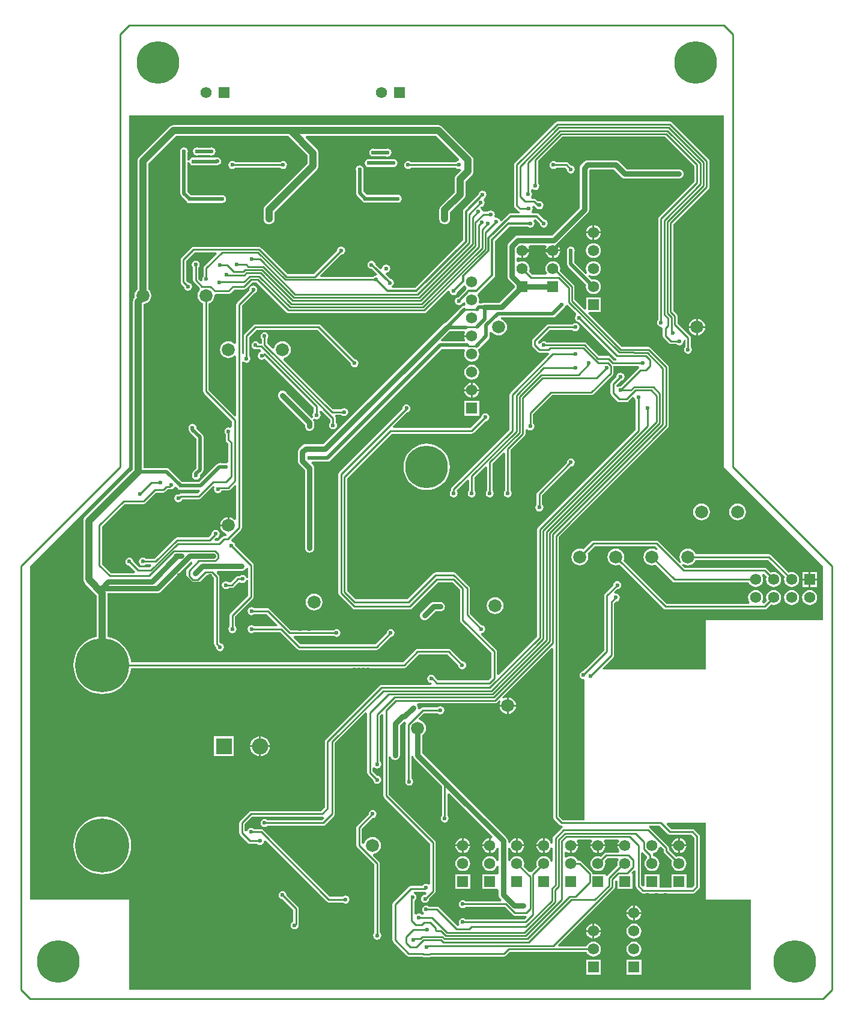
<source format=gbl>
G04*
G04 #@! TF.GenerationSoftware,Altium Limited,Altium Designer,20.0.7 (75)*
G04*
G04 Layer_Physical_Order=2*
G04 Layer_Color=16711680*
%FSLAX25Y25*%
%MOIN*%
G70*
G01*
G75*
%ADD10C,0.01000*%
%ADD16C,0.00500*%
%ADD88C,0.02000*%
%ADD89C,0.01181*%
%ADD90C,0.03150*%
%ADD91C,0.04000*%
%ADD93C,0.06200*%
%ADD94R,0.06200X0.06200*%
%ADD95C,0.07200*%
%ADD96R,0.06200X0.06200*%
%ADD97C,0.09000*%
%ADD98R,0.09000X0.09000*%
%ADD99C,0.30000*%
%ADD100C,0.23622*%
%ADD101C,0.02362*%
%ADD102C,0.04724*%
%ADD103C,0.02756*%
G36*
X421107Y374977D02*
X421346Y374393D01*
X421005Y373570D01*
X420930Y373000D01*
X425000D01*
Y372000D01*
X420930D01*
X421005Y371430D01*
X421374Y370539D01*
X421222Y370128D01*
X420844Y369539D01*
X408262D01*
X407848Y370539D01*
X412702Y375393D01*
X420791D01*
X421107Y374977D01*
D02*
G37*
G36*
X565000Y300000D02*
X620000Y245000D01*
Y215000D01*
X555000D01*
Y187500D01*
X497969D01*
X497587Y188424D01*
X503585Y194422D01*
X503917Y194919D01*
X504033Y195504D01*
Y224370D01*
X504949Y225286D01*
X505000Y225276D01*
X505851Y225445D01*
X506572Y225927D01*
X507055Y226649D01*
X507224Y227500D01*
X507055Y228351D01*
X506572Y229072D01*
X505851Y229555D01*
X505000Y229724D01*
X504492Y229623D01*
X503999Y230544D01*
X505684Y232229D01*
X505735Y232219D01*
X506586Y232388D01*
X507307Y232870D01*
X507790Y233592D01*
X507959Y234443D01*
X507790Y235294D01*
X507307Y236015D01*
X506586Y236497D01*
X505735Y236667D01*
X504884Y236497D01*
X504162Y236015D01*
X503680Y235294D01*
X503511Y234443D01*
X503521Y234392D01*
X498919Y229789D01*
X498587Y229293D01*
X498471Y228708D01*
Y198134D01*
X488306Y187969D01*
X487500Y187500D01*
Y187500D01*
X486973Y186718D01*
X486149Y186555D01*
X485428Y186073D01*
X484945Y185351D01*
X484776Y184500D01*
X484945Y183649D01*
X485428Y182928D01*
X486149Y182446D01*
X487000Y182276D01*
X487500Y181866D01*
Y104029D01*
X475633D01*
X473304Y106359D01*
Y261141D01*
X533906Y321744D01*
X534238Y322240D01*
X534354Y322825D01*
Y355352D01*
X534238Y355938D01*
X533906Y356434D01*
X524209Y366131D01*
X523713Y366463D01*
X523127Y366579D01*
X508083D01*
X489687Y384976D01*
X490069Y385900D01*
X496600D01*
Y394100D01*
X488400D01*
Y387569D01*
X487476Y387187D01*
X481952Y392711D01*
Y400020D01*
X481836Y400605D01*
X481504Y401101D01*
X473901Y408704D01*
X473994Y408930D01*
X474135Y410000D01*
X473994Y411070D01*
X473581Y412068D01*
X472924Y412924D01*
X472068Y413581D01*
X471070Y413995D01*
X470000Y414135D01*
X468930Y413995D01*
X467932Y413581D01*
X467076Y412924D01*
X466419Y412068D01*
X466006Y411070D01*
X465865Y410000D01*
X466006Y408930D01*
X466419Y407932D01*
X466728Y407529D01*
X466235Y406529D01*
X458634D01*
X456772Y408391D01*
X456994Y408930D01*
X457135Y410000D01*
X456994Y411070D01*
X456581Y412068D01*
X455924Y412924D01*
X455068Y413581D01*
X454070Y413995D01*
X453000Y414135D01*
X451930Y413995D01*
X450932Y413581D01*
X450922Y413574D01*
X449922Y414067D01*
Y415933D01*
X450922Y416426D01*
X450932Y416419D01*
X451930Y416006D01*
X452500Y415931D01*
Y420000D01*
X453000D01*
Y420500D01*
X457069D01*
X456994Y421070D01*
X456581Y422068D01*
X456574Y422078D01*
X457067Y423078D01*
X465933D01*
X466426Y422078D01*
X466419Y422068D01*
X466006Y421070D01*
X465931Y420500D01*
X470000D01*
X474069D01*
X473994Y421070D01*
X473581Y422068D01*
X472924Y422924D01*
X472852Y422980D01*
X472886Y424214D01*
X489336Y440664D01*
X489749Y441201D01*
X490008Y441828D01*
X490097Y442500D01*
Y464579D01*
X490421Y464903D01*
X503924D01*
X508164Y460664D01*
X508702Y460251D01*
X509328Y459992D01*
X510000Y459903D01*
X540000D01*
X540672Y459992D01*
X541298Y460251D01*
X541836Y460664D01*
X542249Y461201D01*
X542509Y461828D01*
X542597Y462500D01*
X542509Y463172D01*
X542249Y463799D01*
X541836Y464336D01*
X541298Y464749D01*
X540672Y465008D01*
X540000Y465097D01*
X511076D01*
X506836Y469336D01*
X506298Y469749D01*
X505672Y470009D01*
X505000Y470097D01*
X489345D01*
X488673Y470009D01*
X488047Y469749D01*
X487509Y469336D01*
X485664Y467491D01*
X485251Y466954D01*
X484992Y466327D01*
X484903Y465655D01*
Y443576D01*
X469599Y428272D01*
X450649D01*
X449977Y428183D01*
X449351Y427924D01*
X448813Y427511D01*
X445489Y424187D01*
X445076Y423649D01*
X444817Y423023D01*
X444728Y422351D01*
Y405675D01*
X444817Y405003D01*
X445076Y404376D01*
X445489Y403838D01*
X448900Y400427D01*
Y399573D01*
X440424Y391097D01*
X432000D01*
X431328Y391008D01*
X430701Y390749D01*
X430428Y390539D01*
X429708D01*
X429047Y391364D01*
X429008Y391532D01*
X429135Y392500D01*
X428995Y393570D01*
X428581Y394568D01*
X428244Y395007D01*
X428220Y395206D01*
X428407Y396126D01*
X428491Y396249D01*
X428647Y396353D01*
X437483Y405190D01*
X437835Y405716D01*
X437958Y406336D01*
Y425398D01*
X445938Y433378D01*
X456001D01*
X456649Y432945D01*
X457500Y432776D01*
X458351Y432945D01*
X459072Y433427D01*
X459555Y434149D01*
X459724Y435000D01*
X459555Y435851D01*
X459319Y436203D01*
X459726Y437190D01*
X460441Y437265D01*
X462793Y434913D01*
X462945Y434149D01*
X463427Y433427D01*
X464149Y432945D01*
X465000Y432776D01*
X465851Y432945D01*
X466573Y433427D01*
X467055Y434149D01*
X467224Y435000D01*
X467055Y435851D01*
X466573Y436573D01*
X465851Y437055D01*
X465087Y437207D01*
X462056Y440237D01*
X461530Y440589D01*
X460910Y440712D01*
X458578D01*
X458308Y441241D01*
X458189Y441712D01*
X458602Y442330D01*
X458771Y443181D01*
X458602Y444032D01*
X458754Y444647D01*
X459105Y445079D01*
X459399Y445064D01*
X460383Y444080D01*
X460859Y443762D01*
X460975Y443589D01*
X461696Y443107D01*
X462547Y442938D01*
X463398Y443107D01*
X464119Y443589D01*
X464602Y444310D01*
X464771Y445161D01*
X464602Y446012D01*
X464119Y446734D01*
X463398Y447216D01*
X462547Y447385D01*
X461696Y447216D01*
X461622Y447167D01*
X460526Y448263D01*
X460030Y448594D01*
X459445Y448710D01*
X458331D01*
X458061Y449244D01*
X457944Y449711D01*
X458358Y450330D01*
X458527Y451181D01*
X458358Y452032D01*
X457875Y452754D01*
X457832Y452782D01*
Y453793D01*
X458366Y454064D01*
X458832Y454181D01*
X459452Y453767D01*
X460303Y453598D01*
X461154Y453767D01*
X461875Y454249D01*
X462358Y454971D01*
X462527Y455822D01*
X462358Y456673D01*
X461875Y457394D01*
X461832Y457423D01*
Y469639D01*
X475339Y483146D01*
X532181D01*
X546408Y468919D01*
X546408Y468919D01*
X548471Y466856D01*
Y458144D01*
X528919Y438592D01*
X528587Y438096D01*
X528471Y437510D01*
Y381601D01*
X528428Y381573D01*
X527945Y380851D01*
X527776Y380000D01*
X527945Y379149D01*
X528428Y378428D01*
X529149Y377945D01*
X530000Y377776D01*
X530223Y377820D01*
X530256Y377805D01*
X530993Y376954D01*
X530971Y376843D01*
Y372630D01*
X531087Y372045D01*
X531419Y371548D01*
X534377Y368590D01*
X534873Y368258D01*
X535459Y368142D01*
X538664D01*
X538692Y368099D01*
X539414Y367617D01*
X540265Y367447D01*
X541116Y367617D01*
X541837Y368099D01*
X542319Y368820D01*
X542489Y369671D01*
X542418Y370026D01*
X543314Y370649D01*
X543471Y370552D01*
Y366601D01*
X543428Y366572D01*
X542945Y365851D01*
X542776Y365000D01*
X542945Y364149D01*
X543428Y363427D01*
X544149Y362945D01*
X545000Y362776D01*
X545851Y362945D01*
X546572Y363427D01*
X547055Y364149D01*
X547224Y365000D01*
X547055Y365851D01*
X546572Y366572D01*
X546529Y366601D01*
Y371500D01*
X546413Y372085D01*
X546081Y372581D01*
X539104Y379559D01*
Y383744D01*
X538988Y384329D01*
X538656Y384825D01*
X536854Y386627D01*
Y434671D01*
X556470Y454287D01*
X556802Y454783D01*
X556918Y455368D01*
Y469632D01*
X556802Y470217D01*
X556470Y470713D01*
X536102Y491081D01*
X535606Y491413D01*
X535020Y491529D01*
X472500D01*
X471915Y491413D01*
X471419Y491081D01*
X448919Y468581D01*
X448587Y468085D01*
X448471Y467500D01*
Y445000D01*
X448587Y444415D01*
X448919Y443919D01*
X450737Y442100D01*
X451234Y441768D01*
X451514Y441712D01*
X451416Y440712D01*
X446591D01*
X445970Y440589D01*
X445444Y440237D01*
X441654Y436448D01*
X440569Y436777D01*
X440555Y436851D01*
X440072Y437572D01*
X439351Y438055D01*
X438500Y438224D01*
X438084Y438141D01*
X437482Y439041D01*
X437555Y439149D01*
X437724Y440000D01*
X437555Y440851D01*
X437073Y441573D01*
X436351Y442055D01*
X435500Y442224D01*
X434649Y442055D01*
X433927Y441573D01*
X433899Y441529D01*
X431500D01*
X430566Y442291D01*
X430555Y442351D01*
X430072Y443073D01*
X429965Y444134D01*
X430055Y444287D01*
X430851Y444445D01*
X431572Y444928D01*
X432055Y445649D01*
X432224Y446500D01*
X432055Y447351D01*
X431692Y447894D01*
X431805Y448641D01*
X431958Y449017D01*
X432573Y449428D01*
X433055Y450149D01*
X433224Y451000D01*
X433055Y451851D01*
X432573Y452572D01*
X431851Y453055D01*
X431000Y453224D01*
X430149Y453055D01*
X429427Y452572D01*
X428945Y451851D01*
X428793Y451087D01*
X420613Y442906D01*
X420261Y442380D01*
X420138Y441759D01*
Y425777D01*
X393585Y399224D01*
X381018D01*
X380715Y400224D01*
X381180Y400535D01*
X381662Y401257D01*
X381831Y402107D01*
X381662Y402959D01*
X381180Y403680D01*
X380459Y404162D01*
X379695Y404314D01*
X377190Y406818D01*
X377373Y407383D01*
X377622Y407800D01*
X378351Y407945D01*
X379072Y408427D01*
X379555Y409149D01*
X379724Y410000D01*
X379555Y410851D01*
X379072Y411573D01*
X378351Y412055D01*
X377500Y412224D01*
X376649Y412055D01*
X375927Y411573D01*
X375445Y410851D01*
X375301Y410122D01*
X374883Y409873D01*
X374318Y409690D01*
X371542Y412466D01*
X371440Y412982D01*
X370958Y413703D01*
X370236Y414185D01*
X369385Y414355D01*
X368534Y414185D01*
X367813Y413703D01*
X367331Y412982D01*
X367161Y412131D01*
X367331Y411280D01*
X367813Y410558D01*
X368534Y410076D01*
X369385Y409907D01*
X369493Y409929D01*
X372479Y406943D01*
X371986Y406021D01*
X371920Y406035D01*
X371069Y405865D01*
X370348Y405383D01*
X370319Y405340D01*
X341309D01*
X340927Y406264D01*
X352449Y417786D01*
X352500Y417776D01*
X353351Y417945D01*
X354072Y418428D01*
X354555Y419149D01*
X354724Y420000D01*
X354555Y420851D01*
X354072Y421572D01*
X353351Y422055D01*
X352500Y422224D01*
X351649Y422055D01*
X350927Y421572D01*
X350445Y420851D01*
X350276Y420000D01*
X350286Y419949D01*
X337177Y406840D01*
X322823D01*
X308581Y421081D01*
X308323Y421254D01*
X307956Y421621D01*
X307460Y421952D01*
X306875Y422069D01*
X270539D01*
X269954Y421952D01*
X269458Y421621D01*
X263919Y416081D01*
X263587Y415585D01*
X263471Y415000D01*
Y402500D01*
X263587Y401915D01*
X263919Y401419D01*
X265286Y400051D01*
X265276Y400000D01*
X265445Y399149D01*
X265928Y398428D01*
X266649Y397945D01*
X267500Y397776D01*
X268351Y397945D01*
X269073Y398428D01*
X269555Y399149D01*
X269724Y400000D01*
X269555Y400851D01*
X269073Y401573D01*
X268351Y402055D01*
X267500Y402224D01*
X267449Y402214D01*
X266529Y403133D01*
Y414366D01*
X271173Y419010D01*
X283061D01*
X283443Y418086D01*
X276624Y411266D01*
X276292Y410770D01*
X276176Y410185D01*
Y405792D01*
X276133Y405763D01*
X275651Y405042D01*
X275481Y404191D01*
X275640Y403395D01*
X275597Y403332D01*
X274693Y402927D01*
X273360Y404260D01*
Y410538D01*
X273403Y410567D01*
X273885Y411289D01*
X274055Y412140D01*
X273885Y412991D01*
X273403Y413712D01*
X272682Y414194D01*
X271831Y414364D01*
X270980Y414194D01*
X270258Y413712D01*
X269776Y412991D01*
X269607Y412140D01*
X269776Y411289D01*
X270258Y410567D01*
X270301Y410538D01*
Y403626D01*
X270418Y403041D01*
X270749Y402545D01*
X273955Y399339D01*
X274151Y398553D01*
X274003Y397998D01*
X273482Y397320D01*
X273018Y396201D01*
X272860Y395000D01*
X273018Y393799D01*
X273482Y392680D01*
X274219Y391719D01*
X275180Y390982D01*
X275971Y390654D01*
Y341880D01*
X276087Y341295D01*
X276419Y340799D01*
X291971Y325247D01*
Y322194D01*
X290971Y321660D01*
X290851Y321740D01*
X290000Y321909D01*
X289149Y321740D01*
X288427Y321257D01*
X287945Y320536D01*
X287776Y319685D01*
X287945Y318834D01*
X288427Y318113D01*
X288471Y318084D01*
Y315000D01*
X288587Y314415D01*
X288919Y313919D01*
X289971Y312866D01*
Y302752D01*
X288971Y302130D01*
X288500Y302224D01*
X287649Y302055D01*
X287626Y302039D01*
X286374D01*
X286351Y302055D01*
X285500Y302224D01*
X284649Y302055D01*
X284467Y301933D01*
X284220Y301884D01*
X283558Y301442D01*
X273655Y291539D01*
X267374D01*
X267351Y291555D01*
X266500Y291724D01*
X265649Y291555D01*
X265626Y291539D01*
X264374D01*
X264351Y291555D01*
X264324Y291560D01*
X257084Y298800D01*
X256422Y299242D01*
X255642Y299397D01*
X243026D01*
Y390381D01*
X243082Y390437D01*
X243701Y390518D01*
X244820Y390982D01*
X245781Y391719D01*
X246518Y392680D01*
X246982Y393799D01*
X247140Y395000D01*
X246982Y396201D01*
X246518Y397320D01*
X245781Y398281D01*
X245526Y398476D01*
Y468247D01*
X260753Y483474D01*
X323247D01*
X333974Y472747D01*
Y468253D01*
X310360Y444640D01*
X309879Y444013D01*
X309577Y443283D01*
X309474Y442500D01*
Y440000D01*
Y437500D01*
X309577Y436717D01*
X309879Y435987D01*
X310360Y435360D01*
X310987Y434879D01*
X311717Y434577D01*
X312500Y434474D01*
X313283Y434577D01*
X314013Y434879D01*
X314640Y435360D01*
X315121Y435987D01*
X315423Y436717D01*
X315526Y437500D01*
Y441247D01*
X339140Y464860D01*
X339620Y465487D01*
X339923Y466217D01*
X340026Y467000D01*
Y474000D01*
X339923Y474783D01*
X339620Y475513D01*
X339140Y476140D01*
X332729Y482550D01*
X333112Y483474D01*
X405247D01*
X418018Y470703D01*
X417924Y470251D01*
X417621Y469685D01*
X416964Y469555D01*
X416243Y469072D01*
X416214Y469029D01*
X391286D01*
X391258Y469072D01*
X390536Y469555D01*
X389685Y469724D01*
X388834Y469555D01*
X388113Y469072D01*
X387631Y468351D01*
X387461Y467500D01*
X387631Y466649D01*
X388113Y465928D01*
X388834Y465445D01*
X389685Y465276D01*
X390536Y465445D01*
X391258Y465928D01*
X391286Y465971D01*
X416214D01*
X416243Y465928D01*
X416964Y465445D01*
X417815Y465276D01*
X418666Y465445D01*
X419224Y464616D01*
X416360Y461752D01*
X415879Y461125D01*
X415577Y460395D01*
X415474Y459612D01*
Y452253D01*
X407860Y444640D01*
X407379Y444013D01*
X407077Y443283D01*
X406974Y442500D01*
Y440000D01*
Y437500D01*
X407077Y436717D01*
X407379Y435987D01*
X407860Y435360D01*
X408487Y434879D01*
X409217Y434577D01*
X410000Y434474D01*
X410783Y434577D01*
X411513Y434879D01*
X412140Y435360D01*
X412620Y435987D01*
X412923Y436717D01*
X413026Y437500D01*
Y441247D01*
X420640Y448860D01*
X420640Y448860D01*
X421121Y449487D01*
X421423Y450217D01*
X421526Y451000D01*
X421526Y451000D01*
Y458359D01*
X424955Y461788D01*
X424955Y461788D01*
X425435Y462414D01*
X425738Y463144D01*
X425841Y463927D01*
Y470185D01*
X425841Y470185D01*
X425738Y470968D01*
X425435Y471698D01*
X424955Y472325D01*
X408640Y488640D01*
X408013Y489120D01*
X407283Y489423D01*
X406500Y489526D01*
X259500D01*
X258717Y489423D01*
X257987Y489120D01*
X257360Y488640D01*
X240360Y471640D01*
X239879Y471013D01*
X239577Y470283D01*
X239474Y469500D01*
Y398476D01*
X239219Y398281D01*
X238482Y397320D01*
X238018Y396201D01*
X237860Y395000D01*
X238003Y393916D01*
X237860Y393774D01*
X237380Y393147D01*
X237077Y392417D01*
X236974Y391634D01*
Y298753D01*
X235652Y297431D01*
X235525Y297266D01*
X235360Y297140D01*
X210360Y272140D01*
X209879Y271513D01*
X209577Y270783D01*
X209474Y270000D01*
Y237815D01*
X209577Y237032D01*
X209879Y236302D01*
X209997Y236149D01*
X210194Y235672D01*
X210675Y235045D01*
X216974Y228747D01*
Y205728D01*
X215040Y205264D01*
X212714Y204300D01*
X210566Y202984D01*
X208651Y201349D01*
X207016Y199434D01*
X205700Y197286D01*
X204736Y194960D01*
X204148Y192511D01*
X203951Y190000D01*
X204148Y187489D01*
X204736Y185040D01*
X205700Y182714D01*
X207016Y180566D01*
X208651Y178651D01*
X210566Y177016D01*
X212714Y175700D01*
X215040Y174736D01*
X217489Y174148D01*
X220000Y173951D01*
X222511Y174148D01*
X224960Y174736D01*
X227286Y175700D01*
X229434Y177016D01*
X231349Y178651D01*
X232984Y180566D01*
X234300Y182714D01*
X235264Y185040D01*
X235852Y187489D01*
X235929Y188471D01*
X387500D01*
X388085Y188587D01*
X388581Y188919D01*
X395634Y195971D01*
X411552D01*
X417471Y190051D01*
X417461Y190000D01*
X417630Y189149D01*
X418113Y188427D01*
X418834Y187945D01*
X419685Y187776D01*
X420536Y187945D01*
X421257Y188427D01*
X421740Y189149D01*
X421909Y190000D01*
X421740Y190851D01*
X421257Y191572D01*
X420536Y192054D01*
X419685Y192224D01*
X419634Y192214D01*
X413267Y198581D01*
X412770Y198913D01*
X412185Y199029D01*
X395000D01*
X394415Y198913D01*
X393919Y198581D01*
X386866Y191529D01*
X235929D01*
X235852Y192511D01*
X235264Y194960D01*
X234300Y197286D01*
X232984Y199434D01*
X231349Y201349D01*
X229434Y202984D01*
X227286Y204300D01*
X224960Y205264D01*
X223026Y205728D01*
Y229903D01*
X250500D01*
X251172Y229992D01*
X251799Y230251D01*
X252336Y230664D01*
X261081Y239408D01*
X261425Y239857D01*
X262643Y241075D01*
X263092Y241420D01*
X269217Y247544D01*
X269616Y247486D01*
X269968Y246424D01*
X266997Y243453D01*
X266666Y242957D01*
X266549Y242371D01*
Y239472D01*
X266666Y238887D01*
X266997Y238390D01*
X269047Y236340D01*
X269543Y236009D01*
X270129Y235892D01*
X273028D01*
X273613Y236009D01*
X274110Y236340D01*
X277740Y239971D01*
X278916D01*
X279501Y240087D01*
X279597Y240152D01*
X280270D01*
X280828Y239593D01*
X281100Y239187D01*
X281971Y238316D01*
Y201815D01*
X282087Y201230D01*
X282419Y200733D01*
X283101Y200051D01*
X283091Y200000D01*
X283260Y199149D01*
X283742Y198427D01*
X284464Y197945D01*
X285315Y197776D01*
X286166Y197945D01*
X286887Y198427D01*
X287369Y199149D01*
X287539Y200000D01*
X287369Y200851D01*
X286887Y201572D01*
X286166Y202055D01*
X285315Y202224D01*
X285029Y203168D01*
Y238950D01*
X284913Y239535D01*
X284581Y240031D01*
X283534Y241079D01*
X283441Y241218D01*
X283828Y242218D01*
X297315D01*
X297987Y242306D01*
X298614Y242566D01*
X299151Y242979D01*
X299211Y243039D01*
X299624Y243577D01*
X300807Y243852D01*
X300971Y243738D01*
Y239303D01*
X300904Y238331D01*
X300904Y238331D01*
Y238331D01*
X299971Y238239D01*
X299943Y238375D01*
X299883Y238679D01*
X299401Y239401D01*
X298679Y239883D01*
X297828Y240052D01*
X296977Y239883D01*
X296256Y239401D01*
X296227Y239358D01*
X295328D01*
X294743Y239241D01*
X294247Y238910D01*
X291265Y235928D01*
X290197D01*
X290168Y235971D01*
X289446Y236454D01*
X288595Y236623D01*
X287744Y236454D01*
X287023Y235971D01*
X286541Y235250D01*
X286371Y234399D01*
X286541Y233548D01*
X287023Y232826D01*
X287744Y232344D01*
X288595Y232175D01*
X289446Y232344D01*
X290168Y232826D01*
X290197Y232870D01*
X291899D01*
X292484Y232986D01*
X292980Y233317D01*
X295400Y235737D01*
X296256Y236256D01*
X296977Y235774D01*
X297828Y235605D01*
X298679Y235774D01*
X299401Y236256D01*
X299883Y236977D01*
X299943Y237282D01*
X299971Y237418D01*
X300904Y237326D01*
Y237326D01*
X300904Y237326D01*
X300971Y236354D01*
Y228697D01*
X291104Y218830D01*
X290772Y218334D01*
X290656Y217749D01*
Y211601D01*
X290613Y211573D01*
X290130Y210851D01*
X289961Y210000D01*
X290130Y209149D01*
X290613Y208428D01*
X291334Y207945D01*
X292185Y207776D01*
X293036Y207945D01*
X293758Y208428D01*
X294240Y209149D01*
X294409Y210000D01*
X294240Y210851D01*
X293758Y211573D01*
X293714Y211601D01*
Y217115D01*
X303581Y226982D01*
X303913Y227478D01*
X304029Y228064D01*
Y245407D01*
X303913Y245992D01*
X303581Y246488D01*
X293704Y256366D01*
X293714Y256417D01*
X293545Y257268D01*
X293063Y257989D01*
X292341Y258471D01*
X291857Y258568D01*
X291465Y259538D01*
X291463Y259588D01*
X296962Y265086D01*
X297293Y265582D01*
X297410Y266168D01*
Y358151D01*
X298410Y358454D01*
X298428Y358428D01*
X299149Y357945D01*
X300000Y357776D01*
X300851Y357945D01*
X301572Y358428D01*
X302055Y359149D01*
X302224Y360000D01*
X302055Y360851D01*
X301572Y361573D01*
X301529Y361601D01*
Y371866D01*
X305633Y375971D01*
X339367D01*
X357786Y357551D01*
X357776Y357500D01*
X357945Y356649D01*
X358428Y355927D01*
X359149Y355445D01*
X360000Y355276D01*
X360851Y355445D01*
X361573Y355927D01*
X362055Y356649D01*
X362224Y357500D01*
X362055Y358351D01*
X361573Y359072D01*
X360851Y359555D01*
X360000Y359724D01*
X359949Y359714D01*
X341081Y378581D01*
X340585Y378913D01*
X340000Y379029D01*
X305000D01*
X304415Y378913D01*
X303919Y378581D01*
X298919Y373581D01*
X298587Y373085D01*
X298471Y372500D01*
Y362572D01*
X298410Y362527D01*
X297410Y363030D01*
Y389347D01*
X304348Y396285D01*
X304651Y396345D01*
X305373Y396828D01*
X305855Y397549D01*
X306024Y398400D01*
X305855Y399251D01*
X305373Y399973D01*
X304651Y400455D01*
X303800Y400624D01*
X302949Y400455D01*
X302227Y399973D01*
X301745Y399251D01*
X301576Y398400D01*
X301669Y397932D01*
X294799Y391062D01*
X294467Y390565D01*
X294351Y389980D01*
Y368529D01*
X293351Y368189D01*
X293281Y368281D01*
X292320Y369018D01*
X291201Y369482D01*
X290000Y369640D01*
X288799Y369482D01*
X287680Y369018D01*
X286719Y368281D01*
X285982Y367320D01*
X285518Y366201D01*
X285360Y365000D01*
X285518Y363799D01*
X285982Y362680D01*
X286719Y361719D01*
X287680Y360982D01*
X288799Y360518D01*
X290000Y360360D01*
X291201Y360518D01*
X292320Y360982D01*
X293281Y361719D01*
X293351Y361811D01*
X294351Y361471D01*
Y328499D01*
X293427Y328116D01*
X279029Y342514D01*
Y390654D01*
X279820Y390982D01*
X280781Y391719D01*
X281518Y392680D01*
X281982Y393799D01*
X282140Y395000D01*
X282125Y395115D01*
X283020Y395971D01*
X290000D01*
X290585Y396087D01*
X291081Y396419D01*
X293133Y398471D01*
X298696D01*
X299282Y398587D01*
X299778Y398919D01*
X303309Y402450D01*
X305619D01*
X322288Y385781D01*
X322784Y385449D01*
X323369Y385333D01*
X398705D01*
X399291Y385449D01*
X399787Y385781D01*
X411819Y397813D01*
X412388Y397627D01*
X412800Y397380D01*
X412945Y396649D01*
X413427Y395928D01*
X414149Y395445D01*
X415000Y395276D01*
X415851Y395445D01*
X416573Y395928D01*
X417055Y396649D01*
X417206Y397413D01*
X420433Y400639D01*
X421002Y400526D01*
X421515Y400307D01*
X421986Y399693D01*
X422060Y399402D01*
X421970Y398397D01*
X417708Y394135D01*
X417092Y394012D01*
X416370Y393530D01*
X415888Y392809D01*
X415719Y391958D01*
X415888Y391107D01*
X416370Y390385D01*
X417092Y389903D01*
X417943Y389734D01*
X418794Y389903D01*
X419515Y390385D01*
X419998Y391107D01*
X420961Y391328D01*
X421057Y391306D01*
X421419Y390432D01*
X421489Y390341D01*
X421150Y389683D01*
X420948Y389403D01*
X420232Y389261D01*
X419571Y388819D01*
X410738Y379985D01*
X410396Y379941D01*
X409769Y379681D01*
X409232Y379268D01*
X342560Y312597D01*
X332845D01*
X332173Y312509D01*
X331546Y312249D01*
X331009Y311836D01*
X329164Y309991D01*
X328751Y309454D01*
X328491Y308827D01*
X328403Y308155D01*
Y303343D01*
X328491Y302671D01*
X328751Y302045D01*
X329164Y301507D01*
X332403Y298267D01*
Y265000D01*
Y260000D01*
Y255000D01*
X332491Y254328D01*
X332751Y253701D01*
X333164Y253164D01*
X333701Y252751D01*
X334328Y252491D01*
X335000Y252403D01*
X335672Y252491D01*
X336298Y252751D01*
X336836Y253164D01*
X337249Y253701D01*
X337509Y254328D01*
X337597Y255000D01*
Y260000D01*
Y265000D01*
Y299343D01*
X337509Y300015D01*
X337249Y300642D01*
X336836Y301180D01*
X336055Y301961D01*
X336469Y302961D01*
X345000D01*
X345780Y303116D01*
X346442Y303558D01*
X408345Y365461D01*
X420844D01*
X421222Y364872D01*
X421374Y364461D01*
X421005Y363570D01*
X420865Y362500D01*
X421005Y361430D01*
X421419Y360432D01*
X422076Y359576D01*
X422932Y358919D01*
X423930Y358506D01*
X425000Y358365D01*
X426070Y358506D01*
X427068Y358919D01*
X427924Y359576D01*
X428581Y360432D01*
X428995Y361430D01*
X429135Y362500D01*
X428995Y363570D01*
X428685Y364317D01*
X428597Y364607D01*
X429013Y365647D01*
X429067Y365683D01*
X434442Y371058D01*
X434884Y371720D01*
X435039Y372500D01*
Y374490D01*
X435929Y375108D01*
X436039Y375106D01*
X436719Y374219D01*
X437680Y373482D01*
X438799Y373018D01*
X440000Y372860D01*
X441201Y373018D01*
X442320Y373482D01*
X443281Y374219D01*
X444018Y375180D01*
X444482Y376299D01*
X444640Y377500D01*
X444482Y378701D01*
X444018Y379820D01*
X443281Y380781D01*
X442320Y381518D01*
X441201Y381982D01*
X441353Y382961D01*
X470000D01*
X470780Y383116D01*
X471442Y383558D01*
X475824Y387940D01*
X475851Y387945D01*
X476573Y388427D01*
X477055Y389149D01*
X477154Y389648D01*
X478095Y390038D01*
X478174Y390042D01*
X483054Y385162D01*
X482958Y384188D01*
X482476Y383466D01*
X482307Y382615D01*
X482476Y381764D01*
X482958Y381043D01*
X483680Y380561D01*
X484531Y380391D01*
X484582Y380401D01*
X504565Y360419D01*
X505061Y360087D01*
X505350Y360029D01*
X505252Y359029D01*
X503961D01*
X501909Y361081D01*
X501413Y361413D01*
X500828Y361529D01*
X495634D01*
X488581Y368581D01*
X488085Y368913D01*
X487500Y369029D01*
X466601D01*
X466573Y369073D01*
X465851Y369555D01*
X465000Y369724D01*
X464149Y369555D01*
X463427Y369073D01*
X463179Y368701D01*
X462139Y368443D01*
X461948Y368465D01*
X461886Y368514D01*
X461831Y369668D01*
X468133Y375971D01*
X480899D01*
X480928Y375927D01*
X481649Y375445D01*
X482500Y375276D01*
X483351Y375445D01*
X484072Y375927D01*
X484555Y376649D01*
X484724Y377500D01*
X484555Y378351D01*
X484072Y379072D01*
X483351Y379555D01*
X482500Y379724D01*
X481649Y379555D01*
X480928Y379072D01*
X480899Y379029D01*
X467500D01*
X466915Y378913D01*
X466419Y378581D01*
X458919Y371081D01*
X458587Y370585D01*
X458471Y370000D01*
Y367500D01*
X458587Y366915D01*
X458919Y366419D01*
X461419Y363919D01*
X461915Y363587D01*
X462500Y363471D01*
X467393D01*
X467594Y363222D01*
X467860Y362523D01*
X446419Y341081D01*
X446087Y340585D01*
X445971Y340000D01*
Y320644D01*
X413919Y288592D01*
X413587Y288095D01*
X413471Y287510D01*
Y286916D01*
X413427Y286887D01*
X412945Y286166D01*
X412776Y285315D01*
X412945Y284464D01*
X413427Y283742D01*
X414149Y283260D01*
X415000Y283091D01*
X415851Y283260D01*
X416573Y283742D01*
X417055Y284464D01*
X417224Y285315D01*
X417055Y286166D01*
X416573Y286887D01*
X416570Y286917D01*
X422547Y292894D01*
X423471Y292511D01*
Y286916D01*
X423427Y286887D01*
X422945Y286166D01*
X422776Y285315D01*
X422945Y284464D01*
X423427Y283742D01*
X424149Y283260D01*
X425000Y283091D01*
X425851Y283260D01*
X426573Y283742D01*
X427055Y284464D01*
X427224Y285315D01*
X427055Y286166D01*
X426573Y286887D01*
X426529Y286916D01*
Y294367D01*
X432547Y300384D01*
X433471Y300001D01*
Y286916D01*
X433427Y286887D01*
X432945Y286166D01*
X432776Y285315D01*
X432945Y284464D01*
X433427Y283742D01*
X434149Y283260D01*
X435000Y283091D01*
X435851Y283260D01*
X436573Y283742D01*
X437055Y284464D01*
X437224Y285315D01*
X437055Y286166D01*
X436573Y286887D01*
X436529Y286916D01*
Y301856D01*
X442547Y307874D01*
X443471Y307491D01*
Y286916D01*
X443428Y286887D01*
X442945Y286166D01*
X442776Y285315D01*
X442945Y284464D01*
X443428Y283742D01*
X444149Y283260D01*
X445000Y283091D01*
X445851Y283260D01*
X446572Y283742D01*
X447055Y284464D01*
X447224Y285315D01*
X447055Y286166D01*
X446572Y286887D01*
X446529Y286916D01*
Y309346D01*
X454386Y317202D01*
X454717Y317699D01*
X454834Y318284D01*
Y320764D01*
X455834Y321068D01*
X455928Y320928D01*
X456649Y320445D01*
X457500Y320276D01*
X458351Y320445D01*
X459072Y320928D01*
X459555Y321649D01*
X459724Y322500D01*
X459555Y323351D01*
X459072Y324073D01*
X459029Y324101D01*
Y329366D01*
X469514Y339851D01*
X491380D01*
X491966Y339967D01*
X492462Y340299D01*
X503167Y351004D01*
X503499Y351501D01*
X503615Y352086D01*
Y353541D01*
X503711Y354021D01*
Y355860D01*
X503801Y355971D01*
X517623D01*
X517674Y355863D01*
X517915Y354913D01*
X517419Y354581D01*
X507551Y344714D01*
X507500Y344724D01*
X506649Y344555D01*
X506093Y344183D01*
X505194Y344554D01*
X505112Y345449D01*
X507449Y347786D01*
X507500Y347776D01*
X508351Y347945D01*
X509072Y348428D01*
X509555Y349149D01*
X509724Y350000D01*
X509555Y350851D01*
X509072Y351572D01*
X508351Y352055D01*
X507500Y352224D01*
X506649Y352055D01*
X505928Y351572D01*
X505445Y350851D01*
X505276Y350000D01*
X505286Y349949D01*
X502419Y347081D01*
X502087Y346585D01*
X501971Y346000D01*
Y340843D01*
X502087Y340258D01*
X502419Y339762D01*
X505762Y336419D01*
X506258Y336087D01*
X506843Y335971D01*
X510843D01*
X511428Y336087D01*
X511925Y336419D01*
X514319Y338813D01*
X514888Y338627D01*
X515300Y338380D01*
X515445Y337649D01*
X515928Y336928D01*
X515971Y336899D01*
Y320685D01*
X461819Y266532D01*
X461487Y266036D01*
X461371Y265451D01*
Y206023D01*
X439953Y184606D01*
X439029Y184989D01*
Y197500D01*
X438913Y198085D01*
X438581Y198581D01*
X430332Y206831D01*
X430720Y207857D01*
X431166Y207945D01*
X431887Y208428D01*
X432370Y209149D01*
X432539Y210000D01*
X432370Y210851D01*
X431887Y211573D01*
X431166Y212055D01*
X430315Y212224D01*
X430264Y212214D01*
X424029Y218448D01*
Y232500D01*
X423913Y233085D01*
X423581Y233581D01*
X416081Y241081D01*
X415585Y241413D01*
X415000Y241529D01*
X405000D01*
X404415Y241413D01*
X403919Y241081D01*
X389372Y226535D01*
X360639D01*
X355804Y231369D01*
Y293631D01*
X380644Y318471D01*
X425000D01*
X425585Y318587D01*
X426081Y318919D01*
X432449Y325286D01*
X432500Y325276D01*
X433351Y325445D01*
X434072Y325927D01*
X434555Y326649D01*
X434724Y327500D01*
X434555Y328351D01*
X434072Y329072D01*
X433351Y329555D01*
X432500Y329724D01*
X431649Y329555D01*
X430928Y329072D01*
X430445Y328351D01*
X430276Y327500D01*
X430286Y327449D01*
X424367Y321529D01*
X381499D01*
X381116Y322453D01*
X388986Y330323D01*
X389601Y330445D01*
X390322Y330927D01*
X390805Y331649D01*
X390974Y332500D01*
X390805Y333351D01*
X390322Y334072D01*
X389601Y334555D01*
X388750Y334724D01*
X387899Y334555D01*
X387177Y334072D01*
X386695Y333351D01*
X386526Y332500D01*
X386578Y332241D01*
X351419Y297081D01*
X351087Y296585D01*
X350971Y296000D01*
Y230000D01*
X351087Y229415D01*
X351419Y228919D01*
X358919Y221419D01*
X359415Y221087D01*
X360000Y220971D01*
X390596D01*
X391181Y221087D01*
X391677Y221419D01*
X406229Y235971D01*
X414356D01*
X418466Y231861D01*
Y227505D01*
X418471Y227479D01*
Y215000D01*
X418587Y214415D01*
X418919Y213919D01*
X435971Y196867D01*
Y183133D01*
X434367Y181529D01*
X406290D01*
X404576Y183244D01*
X404555Y183351D01*
X404073Y184072D01*
X403351Y184555D01*
X402500Y184724D01*
X401649Y184555D01*
X400927Y184072D01*
X400445Y183351D01*
X400276Y182500D01*
X400445Y181649D01*
X400927Y180928D01*
X401649Y180446D01*
X402500Y180276D01*
X402600Y180296D01*
X402826Y180029D01*
X402361Y179029D01*
X375000D01*
X374415Y178913D01*
X373919Y178581D01*
X343919Y148581D01*
X343587Y148085D01*
X343471Y147500D01*
Y111219D01*
X341419Y109167D01*
X341419Y109167D01*
X341281Y109029D01*
X302500D01*
X301915Y108913D01*
X301419Y108581D01*
X296419Y103581D01*
X296087Y103085D01*
X295971Y102500D01*
Y96843D01*
X296087Y96258D01*
X296419Y95762D01*
X300762Y91419D01*
X301258Y91087D01*
X301843Y90971D01*
X305899D01*
X305927Y90927D01*
X306649Y90446D01*
X307500Y90276D01*
X308351Y90446D01*
X309072Y90927D01*
X309555Y91649D01*
X309700Y92380D01*
X310112Y92627D01*
X310681Y92813D01*
X344575Y58919D01*
X345072Y58587D01*
X345657Y58471D01*
X353399D01*
X353428Y58428D01*
X354149Y57946D01*
X355000Y57776D01*
X355851Y57946D01*
X356573Y58428D01*
X357055Y59149D01*
X357224Y60000D01*
X357055Y60851D01*
X356573Y61572D01*
X355851Y62055D01*
X355000Y62224D01*
X354149Y62055D01*
X353428Y61572D01*
X353399Y61529D01*
X346290D01*
X309238Y98581D01*
X308742Y98913D01*
X308157Y99029D01*
X304101D01*
X304072Y99072D01*
X303351Y99555D01*
X302500Y99724D01*
X301649Y99555D01*
X300927Y99072D01*
X300445Y98351D01*
X300437Y98308D01*
X300258Y98132D01*
X299331Y97874D01*
X299029Y98145D01*
Y101866D01*
X303134Y105971D01*
X341914D01*
X342499Y106087D01*
X342531Y106108D01*
X343168Y105331D01*
X341866Y104029D01*
X311601D01*
X311573Y104072D01*
X310851Y104554D01*
X310000Y104724D01*
X309149Y104554D01*
X308428Y104072D01*
X307945Y103351D01*
X307776Y102500D01*
X307945Y101649D01*
X308428Y100927D01*
X309149Y100445D01*
X310000Y100276D01*
X310851Y100445D01*
X311573Y100927D01*
X311601Y100971D01*
X342500D01*
X343085Y101087D01*
X343581Y101419D01*
X348581Y106419D01*
X348913Y106915D01*
X349029Y107500D01*
Y146856D01*
X366020Y163847D01*
X366697Y163600D01*
X366971Y163383D01*
Y130470D01*
X367087Y129885D01*
X367419Y129388D01*
X370286Y126521D01*
X370276Y126470D01*
X370445Y125619D01*
X370928Y124897D01*
X371649Y124415D01*
X372500Y124246D01*
X373351Y124415D01*
X374073Y124897D01*
X374555Y125619D01*
X374724Y126470D01*
X374555Y127321D01*
X374073Y128042D01*
X373351Y128524D01*
X372500Y128694D01*
X372449Y128683D01*
X370029Y131103D01*
Y132972D01*
X370563Y133242D01*
X371029Y133359D01*
X371649Y132946D01*
X372500Y132776D01*
X373351Y132946D01*
X374073Y133428D01*
X374555Y134149D01*
X374724Y135000D01*
X374555Y135851D01*
X374073Y136573D01*
X374029Y136601D01*
Y161937D01*
X375047Y162954D01*
X375971Y162572D01*
Y117500D01*
X376087Y116915D01*
X376419Y116419D01*
X401880Y90957D01*
Y68537D01*
X401347Y68266D01*
X400880Y68149D01*
X400261Y68563D01*
X399410Y68732D01*
X398559Y68563D01*
X397837Y68081D01*
X397469Y67529D01*
X391107D01*
X390521Y67413D01*
X390025Y67081D01*
X381419Y58475D01*
X381087Y57979D01*
X380971Y57393D01*
Y37500D01*
X381087Y36915D01*
X381419Y36419D01*
X388919Y28919D01*
X389415Y28587D01*
X390000Y28471D01*
X397334D01*
X397758Y28187D01*
X398343Y28071D01*
X401657D01*
X402242Y28187D01*
X402666Y28471D01*
X442968D01*
X443553Y28587D01*
X444049Y28919D01*
X446102Y30971D01*
X488696D01*
X488919Y30432D01*
X489576Y29576D01*
X490432Y28919D01*
X491430Y28506D01*
X492500Y28365D01*
X493570Y28506D01*
X494568Y28919D01*
X495424Y29576D01*
X496081Y30432D01*
X496494Y31430D01*
X496635Y32500D01*
X496494Y33570D01*
X496081Y34568D01*
X495424Y35424D01*
X494568Y36081D01*
X493570Y36494D01*
X492500Y36635D01*
X491430Y36494D01*
X490432Y36081D01*
X489576Y35424D01*
X488919Y34568D01*
X488696Y34029D01*
X473330D01*
X472948Y34953D01*
X503970Y65975D01*
X504302Y66472D01*
X504418Y67057D01*
Y70386D01*
X504910Y70776D01*
X505900Y70333D01*
Y65900D01*
X514100D01*
Y74100D01*
X514075D01*
X513692Y75024D01*
X514971Y76302D01*
X515971Y75888D01*
Y67500D01*
X516087Y66915D01*
X516419Y66419D01*
X518919Y63919D01*
X519415Y63587D01*
X520000Y63471D01*
X547837D01*
X548422Y63587D01*
X548919Y63919D01*
X551081Y66081D01*
X551413Y66578D01*
X551529Y67163D01*
Y95000D01*
X551413Y95585D01*
X551081Y96081D01*
X548581Y98581D01*
X548085Y98913D01*
X547500Y99029D01*
X535634D01*
X533087Y101576D01*
X533469Y102500D01*
X555000D01*
Y60000D01*
X580000D01*
Y10000D01*
X235000D01*
Y60000D01*
X180000D01*
Y245000D01*
X235000Y300000D01*
Y495000D01*
X565000D01*
Y300000D01*
D02*
G37*
G36*
X294351Y289553D02*
Y271029D01*
X293351Y270689D01*
X293281Y270781D01*
X292320Y271518D01*
X291201Y271982D01*
X290500Y272074D01*
Y267500D01*
X290000D01*
Y267000D01*
X285426D01*
X285518Y266299D01*
X285982Y265180D01*
X286719Y264219D01*
X287680Y263482D01*
X288593Y263104D01*
X288883Y262428D01*
X288945Y261991D01*
X288586Y261529D01*
X287500D01*
X286915Y261413D01*
X286419Y261081D01*
X284330Y258993D01*
X282548D01*
X282165Y259917D01*
X282844Y260596D01*
X282896Y260586D01*
X283747Y260755D01*
X284469Y261237D01*
X284951Y261959D01*
X285120Y262810D01*
X284951Y263661D01*
X284469Y264382D01*
X283747Y264864D01*
X282896Y265034D01*
X282045Y264864D01*
X281324Y264382D01*
X280842Y263661D01*
X280672Y262810D01*
X280682Y262760D01*
X278827Y260905D01*
X261548D01*
X260963Y260788D01*
X260467Y260457D01*
X249039Y249029D01*
X244101D01*
X244073Y249073D01*
X243351Y249555D01*
X242500Y249724D01*
X241649Y249555D01*
X240928Y249073D01*
X240445Y248351D01*
X240276Y247500D01*
X240445Y246649D01*
X240928Y245928D01*
X241649Y245445D01*
X242500Y245276D01*
X243351Y245445D01*
X244073Y245928D01*
X244101Y245971D01*
X246795D01*
X247178Y245047D01*
X246302Y244171D01*
X240492D01*
X237214Y247449D01*
X237224Y247500D01*
X237055Y248351D01*
X236573Y249073D01*
X235851Y249555D01*
X235000Y249724D01*
X234149Y249555D01*
X233428Y249073D01*
X232945Y248351D01*
X232776Y247500D01*
X232945Y246649D01*
X233428Y245928D01*
X234149Y245445D01*
X235000Y245276D01*
X235051Y245286D01*
X238308Y242029D01*
X237894Y241029D01*
X224822D01*
X219804Y246047D01*
Y266866D01*
X232362Y279424D01*
X242953D01*
X243539Y279540D01*
X244035Y279872D01*
X249925Y285762D01*
X253731D01*
X254316Y285879D01*
X254813Y286210D01*
X256128Y287526D01*
X257309D01*
X257870Y287637D01*
X258074Y287597D01*
X258925Y287766D01*
X259647Y288248D01*
X259970Y288732D01*
X260540Y288886D01*
X261445Y288649D01*
X261928Y287928D01*
X262649Y287445D01*
X263500Y287276D01*
X264351Y287445D01*
X264374Y287461D01*
X265626D01*
X265649Y287445D01*
X266500Y287276D01*
X267351Y287445D01*
X267374Y287461D01*
X273784D01*
X274198Y286461D01*
X272907Y285170D01*
X263448D01*
X262862Y285054D01*
X262452Y284780D01*
X262181Y284834D01*
X261330Y284665D01*
X260608Y284183D01*
X260126Y283461D01*
X259957Y282610D01*
X260126Y281759D01*
X260608Y281037D01*
X261330Y280555D01*
X262181Y280386D01*
X263032Y280555D01*
X263753Y281037D01*
X264235Y281759D01*
X264306Y282112D01*
X273541D01*
X274126Y282228D01*
X274622Y282560D01*
X281559Y289496D01*
X282336Y288859D01*
X282113Y288526D01*
X281944Y287675D01*
X282113Y286824D01*
X282595Y286102D01*
X283317Y285620D01*
X284168Y285451D01*
X285019Y285620D01*
X285740Y286102D01*
X286222Y286824D01*
X286238Y286901D01*
X289759D01*
X290344Y287017D01*
X290840Y287349D01*
X293427Y289935D01*
X294351Y289553D01*
D02*
G37*
G36*
X470246Y199225D02*
Y105725D01*
X470362Y105140D01*
X470694Y104644D01*
X473919Y101419D01*
X474415Y101087D01*
X475000Y100971D01*
X475384D01*
X475483Y99971D01*
X475444Y99963D01*
X474948Y99631D01*
X470369Y95052D01*
X470037Y94556D01*
X469921Y93970D01*
Y91314D01*
X468995Y91070D01*
X468581Y92068D01*
X467924Y92924D01*
X467068Y93581D01*
X466070Y93994D01*
X465500Y94070D01*
Y90000D01*
Y85930D01*
X466070Y86006D01*
X467068Y86419D01*
X467924Y87076D01*
X468581Y87932D01*
X468995Y88930D01*
X469921Y88686D01*
Y81314D01*
X468995Y81070D01*
X468581Y82068D01*
X467924Y82924D01*
X467068Y83581D01*
X466070Y83995D01*
X465000Y84135D01*
X463930Y83995D01*
X462932Y83581D01*
X462076Y82924D01*
X461419Y82068D01*
X461005Y81070D01*
X460865Y80000D01*
X461005Y78930D01*
X461229Y78391D01*
X458207Y75370D01*
X457204Y75230D01*
X456862Y75301D01*
X453771Y78391D01*
X453995Y78930D01*
X454135Y80000D01*
X453995Y81070D01*
X453581Y82068D01*
X452924Y82924D01*
X452068Y83581D01*
X451070Y83995D01*
X450000Y84135D01*
X448930Y83995D01*
X447932Y83581D01*
X447076Y82924D01*
X446419Y82068D01*
X446097Y81291D01*
X445097Y81490D01*
Y88510D01*
X446097Y88709D01*
X446419Y87932D01*
X447076Y87076D01*
X447932Y86419D01*
X448930Y86006D01*
X449500Y85930D01*
Y90000D01*
Y94070D01*
X448930Y93994D01*
X447932Y93581D01*
X447076Y92924D01*
X446419Y92068D01*
X446097Y91291D01*
X445097Y91490D01*
Y92500D01*
X445009Y93172D01*
X444749Y93799D01*
X444336Y94336D01*
X411836Y126836D01*
X397597Y141076D01*
Y151195D01*
X398281Y151719D01*
X399018Y152680D01*
X399482Y153799D01*
X399640Y155000D01*
X399482Y156201D01*
X399018Y157320D01*
X398281Y158281D01*
X397320Y159018D01*
X396201Y159482D01*
X395887Y159523D01*
X395529Y160579D01*
X398421Y163471D01*
X405899D01*
X405928Y163427D01*
X406649Y162945D01*
X407500Y162776D01*
X408351Y162945D01*
X409072Y163427D01*
X409555Y164149D01*
X409724Y165000D01*
X409555Y165851D01*
X409072Y166572D01*
X408351Y167054D01*
X407500Y167224D01*
X406649Y167054D01*
X405928Y166572D01*
X405899Y166529D01*
X397787D01*
X397202Y166413D01*
X396706Y166081D01*
X396106Y165481D01*
X395092Y165730D01*
X395019Y165809D01*
X395097Y166400D01*
X395008Y167072D01*
X394749Y167699D01*
X394617Y167871D01*
X395086Y168871D01*
X437951D01*
X438536Y168987D01*
X439033Y169319D01*
X440340Y170626D01*
X441094Y169965D01*
X440982Y169820D01*
X440518Y168701D01*
X440426Y168000D01*
X444500D01*
Y172074D01*
X443799Y171982D01*
X442680Y171518D01*
X442535Y171406D01*
X441874Y172160D01*
X469322Y199608D01*
X470246Y199225D01*
D02*
G37*
G36*
X388022Y158773D02*
X388519Y157746D01*
X388487Y157698D01*
X388371Y157113D01*
Y126390D01*
X388260Y126225D01*
X388091Y125374D01*
X388260Y124523D01*
X388742Y123802D01*
X389464Y123319D01*
X390315Y123150D01*
X391166Y123319D01*
X391887Y123802D01*
X392370Y124523D01*
X392539Y125374D01*
X392370Y126225D01*
X391887Y126946D01*
X391429Y127253D01*
Y139734D01*
X392429Y139799D01*
X392492Y139328D01*
X392751Y138701D01*
X393164Y138164D01*
X408164Y123164D01*
X408471Y122857D01*
Y106601D01*
X408427Y106572D01*
X407945Y105851D01*
X407776Y105000D01*
X407945Y104149D01*
X408427Y103428D01*
X409149Y102945D01*
X410000Y102776D01*
X410851Y102945D01*
X411573Y103428D01*
X412055Y104149D01*
X412224Y105000D01*
X412055Y105851D01*
X411573Y106572D01*
X411529Y106601D01*
Y118491D01*
X412453Y118874D01*
X436409Y94918D01*
X436226Y94420D01*
X435896Y94017D01*
X435500Y94070D01*
Y90000D01*
Y85930D01*
X436070Y86006D01*
X437068Y86419D01*
X437924Y87076D01*
X438581Y87932D01*
X438903Y88709D01*
X439903Y88510D01*
Y81490D01*
X438903Y81291D01*
X438581Y82068D01*
X437924Y82924D01*
X437068Y83581D01*
X436070Y83995D01*
X435000Y84135D01*
X433930Y83995D01*
X432932Y83581D01*
X432076Y82924D01*
X431419Y82068D01*
X431005Y81070D01*
X430865Y80000D01*
X431005Y78930D01*
X431419Y77932D01*
X432076Y77076D01*
X432932Y76419D01*
X433930Y76006D01*
X435000Y75865D01*
X436070Y76006D01*
X437068Y76419D01*
X437924Y77076D01*
X438581Y77932D01*
X438903Y78709D01*
X439903Y78510D01*
Y74576D01*
X439100Y74100D01*
X438903Y74100D01*
X430900D01*
Y65900D01*
X438903D01*
X439100Y65900D01*
X439903Y65424D01*
Y62689D01*
X439992Y62017D01*
X440251Y61390D01*
X440664Y60852D01*
X441563Y59953D01*
X441180Y59029D01*
X421601D01*
X421572Y59073D01*
X420851Y59554D01*
X420000Y59724D01*
X419149Y59554D01*
X418428Y59073D01*
X417945Y58351D01*
X417776Y57500D01*
X417945Y56649D01*
X418428Y55927D01*
X419149Y55445D01*
X420000Y55276D01*
X420851Y55445D01*
X421572Y55927D01*
X421601Y55971D01*
X443414D01*
X447888Y51497D01*
X448384Y51165D01*
X448969Y51049D01*
X454991D01*
X455160Y50848D01*
X455462Y50106D01*
X454386Y49029D01*
X421601D01*
X421572Y49073D01*
X420851Y49555D01*
X420000Y49724D01*
X419149Y49555D01*
X418428Y49073D01*
X417945Y48351D01*
X417776Y47500D01*
X417945Y46649D01*
X418115Y46396D01*
X417691Y45365D01*
X417065Y45294D01*
X406783Y55577D01*
X406287Y55908D01*
X405701Y56025D01*
X401260D01*
X401232Y56068D01*
X400510Y56550D01*
X399659Y56719D01*
X398808Y56550D01*
X398087Y56068D01*
X397605Y55346D01*
X397435Y54495D01*
X397605Y53644D01*
X398087Y52923D01*
X398541Y52619D01*
X398237Y51619D01*
X397182D01*
X397153Y51663D01*
X396432Y52145D01*
X395581Y52314D01*
X394730Y52145D01*
X394110Y51731D01*
X393644Y51848D01*
X393110Y52118D01*
Y59402D01*
X393713Y59804D01*
X394195Y60526D01*
X394364Y61377D01*
X394195Y62228D01*
X393713Y62949D01*
X392991Y63432D01*
X392794Y63471D01*
X392893Y64471D01*
X398533D01*
X398559Y64454D01*
X399342Y64298D01*
X399516Y64029D01*
X399800Y63342D01*
X399140Y62682D01*
X399089Y62692D01*
X398238Y62523D01*
X397516Y62041D01*
X397034Y61319D01*
X396865Y60468D01*
X397034Y59617D01*
X397516Y58896D01*
X398238Y58414D01*
X399089Y58244D01*
X399940Y58414D01*
X400661Y58896D01*
X401144Y59617D01*
X401313Y60468D01*
X401303Y60519D01*
X404491Y63708D01*
X404823Y64204D01*
X404939Y64789D01*
Y91590D01*
X404823Y92176D01*
X404491Y92672D01*
X379029Y118133D01*
Y139146D01*
X379992Y139328D01*
X380251Y138701D01*
X380664Y138164D01*
X381202Y137751D01*
X381828Y137492D01*
X382500Y137403D01*
X383172Y137492D01*
X383799Y137751D01*
X384336Y138164D01*
X384749Y138701D01*
X385009Y139328D01*
X385097Y140000D01*
Y156424D01*
X387511Y158838D01*
X388022Y158773D01*
D02*
G37*
G36*
X506728Y92471D02*
X506419Y92068D01*
X506005Y91070D01*
X505931Y90500D01*
X510000D01*
Y89500D01*
X505931D01*
X506005Y88930D01*
X506419Y87932D01*
X507035Y87129D01*
X506994Y86887D01*
X506667Y86129D01*
X499600D01*
X499015Y86013D01*
X498519Y85681D01*
X496609Y83772D01*
X496070Y83995D01*
X495000Y84135D01*
X493930Y83995D01*
X492932Y83581D01*
X492076Y82924D01*
X491419Y82068D01*
X491006Y81070D01*
X490865Y80000D01*
X491006Y78930D01*
X491419Y77932D01*
X492076Y77076D01*
X492932Y76419D01*
X493930Y76006D01*
X495000Y75865D01*
X496070Y76006D01*
X497068Y76419D01*
X497924Y77076D01*
X498581Y77932D01*
X498994Y78930D01*
X499135Y80000D01*
X498994Y81070D01*
X498771Y81609D01*
X500234Y83071D01*
X505928D01*
X506421Y82071D01*
X506419Y82068D01*
X506005Y81070D01*
X505865Y80000D01*
X505997Y78992D01*
X500100Y73094D01*
X499728Y73141D01*
X499100Y73442D01*
Y74100D01*
X491929D01*
Y74360D01*
X491813Y74945D01*
X491481Y75442D01*
X485842Y81081D01*
X485346Y81413D01*
X484760Y81529D01*
X483804D01*
X483581Y82068D01*
X482924Y82924D01*
X482068Y83581D01*
X481070Y83995D01*
X480000Y84135D01*
X478930Y83995D01*
X477932Y83581D01*
X477529Y83272D01*
X476529Y83765D01*
Y86235D01*
X477529Y86728D01*
X477932Y86419D01*
X478930Y86006D01*
X479500Y85930D01*
Y90000D01*
X480000D01*
Y90500D01*
X484069D01*
X483994Y91070D01*
X483581Y92068D01*
X483272Y92471D01*
X483765Y93471D01*
X491235D01*
X491728Y92471D01*
X491419Y92068D01*
X491006Y91070D01*
X490931Y90500D01*
X495000D01*
X499069D01*
X498994Y91070D01*
X498581Y92068D01*
X498272Y92471D01*
X498765Y93471D01*
X506235D01*
X506728Y92471D01*
D02*
G37*
G36*
X533919Y96419D02*
X534415Y96087D01*
X535000Y95971D01*
X546867D01*
X548471Y94367D01*
Y67796D01*
X547204Y66529D01*
X544100D01*
Y74100D01*
X535900D01*
Y66529D01*
X529100D01*
Y74100D01*
X520900D01*
Y67677D01*
X519900Y67263D01*
X519029Y68133D01*
Y85888D01*
X520029Y86302D01*
X522214Y84117D01*
X522158Y82987D01*
X522076Y82924D01*
X521419Y82068D01*
X521005Y81070D01*
X520865Y80000D01*
X521005Y78930D01*
X521419Y77932D01*
X522076Y77076D01*
X522932Y76419D01*
X523930Y76006D01*
X525000Y75865D01*
X526070Y76006D01*
X527068Y76419D01*
X527924Y77076D01*
X528581Y77932D01*
X528995Y78930D01*
X529135Y80000D01*
X528995Y81070D01*
X528581Y82068D01*
X527924Y82924D01*
X527068Y83581D01*
X526070Y83995D01*
X525790Y84031D01*
X525472Y85005D01*
X525537Y85262D01*
X526005Y85997D01*
X526070Y86006D01*
X527068Y86419D01*
X527924Y87076D01*
X528581Y87932D01*
X528995Y88930D01*
X528995Y88933D01*
X530051Y89292D01*
X531426Y87917D01*
Y87045D01*
X531542Y86459D01*
X531874Y85963D01*
X536229Y81609D01*
X536005Y81070D01*
X535865Y80000D01*
X536005Y78930D01*
X536419Y77932D01*
X537076Y77076D01*
X537932Y76419D01*
X538930Y76006D01*
X540000Y75865D01*
X541070Y76006D01*
X542068Y76419D01*
X542924Y77076D01*
X543581Y77932D01*
X543995Y78930D01*
X544135Y80000D01*
X543995Y81070D01*
X543581Y82068D01*
X542924Y82924D01*
X542068Y83581D01*
X541070Y83995D01*
X540000Y84135D01*
X538930Y83995D01*
X538391Y83772D01*
X534485Y87678D01*
Y88550D01*
X534368Y89135D01*
X534037Y89632D01*
X524037Y99631D01*
X523541Y99963D01*
X523502Y99971D01*
X523601Y100971D01*
X529366D01*
X533919Y96419D01*
D02*
G37*
%LPC*%
G36*
X280500Y477224D02*
X279649Y477055D01*
X279626Y477039D01*
X273374D01*
X273351Y477055D01*
X272500Y477224D01*
X271649Y477055D01*
X270928Y476573D01*
X270445Y475851D01*
X270276Y475000D01*
X270445Y474149D01*
X270928Y473427D01*
X271649Y472945D01*
X272500Y472776D01*
X273351Y472945D01*
X273374Y472961D01*
X279626D01*
X279649Y472945D01*
X280500Y472776D01*
X281351Y472945D01*
X282072Y473427D01*
X282555Y474149D01*
X282724Y475000D01*
X282555Y475851D01*
X282072Y476573D01*
X281351Y477055D01*
X280500Y477224D01*
D02*
G37*
G36*
X370320Y476587D02*
X369469Y476418D01*
X368748Y475936D01*
X368266Y475214D01*
X368097Y474364D01*
X368266Y473513D01*
X368748Y472791D01*
X369469Y472309D01*
X370320Y472140D01*
X371171Y472309D01*
X371195Y472324D01*
X377246D01*
X377318Y472276D01*
X378169Y472107D01*
X379020Y472276D01*
X379742Y472758D01*
X380224Y473480D01*
X380393Y474331D01*
X380224Y475182D01*
X379742Y475903D01*
X379020Y476385D01*
X378169Y476554D01*
X377406Y476403D01*
X371195D01*
X371171Y476418D01*
X370320Y476587D01*
D02*
G37*
G36*
X381500Y470724D02*
X380649Y470555D01*
X380626Y470539D01*
X368674D01*
X368651Y470555D01*
X367800Y470724D01*
X366949Y470555D01*
X366228Y470073D01*
X365745Y469351D01*
X365576Y468500D01*
X365745Y467649D01*
X366228Y466927D01*
X366949Y466445D01*
X367800Y466276D01*
X368651Y466445D01*
X368674Y466461D01*
X380626D01*
X380649Y466445D01*
X381500Y466276D01*
X382351Y466445D01*
X383072Y466927D01*
X383555Y467649D01*
X383724Y468500D01*
X383555Y469351D01*
X383072Y470073D01*
X382351Y470555D01*
X381500Y470724D01*
D02*
G37*
G36*
X320315Y469724D02*
X319464Y469555D01*
X318742Y469072D01*
X318714Y469029D01*
X293786D01*
X293758Y469072D01*
X293036Y469555D01*
X292185Y469724D01*
X291334Y469555D01*
X290613Y469072D01*
X290130Y468351D01*
X289961Y467500D01*
X290130Y466649D01*
X290613Y465928D01*
X291334Y465445D01*
X292185Y465276D01*
X293036Y465445D01*
X293758Y465928D01*
X293786Y465971D01*
X318714D01*
X318742Y465928D01*
X319464Y465445D01*
X320315Y465276D01*
X321166Y465445D01*
X321887Y465928D01*
X322370Y466649D01*
X322539Y467500D01*
X322370Y468351D01*
X321887Y469072D01*
X321166Y469555D01*
X320315Y469724D01*
D02*
G37*
G36*
X265315Y477224D02*
X264464Y477055D01*
X263742Y476573D01*
X263260Y475851D01*
X263091Y475000D01*
X263260Y474149D01*
X263276Y474126D01*
Y451685D01*
X263431Y450905D01*
X263873Y450243D01*
X266440Y447676D01*
X266445Y447649D01*
X266928Y446927D01*
X267649Y446445D01*
X268500Y446276D01*
X269351Y446445D01*
X269374Y446461D01*
X285792D01*
X286488Y446322D01*
X287339Y446492D01*
X288060Y446974D01*
X288542Y447695D01*
X288711Y448546D01*
X288542Y449397D01*
X288060Y450119D01*
X287339Y450601D01*
X286488Y450770D01*
X285637Y450601D01*
X285544Y450539D01*
X269374D01*
X269351Y450555D01*
X269324Y450560D01*
X267354Y452530D01*
Y468975D01*
X268354Y469074D01*
X268389Y468901D01*
X268446Y468614D01*
X268928Y467893D01*
X269649Y467411D01*
X270500Y467241D01*
X271351Y467411D01*
X271374Y467426D01*
X283305D01*
X283730Y467342D01*
X284580Y467511D01*
X285302Y467993D01*
X285784Y468714D01*
X285953Y469565D01*
X285784Y470416D01*
X285302Y471138D01*
X284580Y471620D01*
X283730Y471789D01*
X282878Y471620D01*
X282705Y471504D01*
X271374D01*
X271351Y471520D01*
X270500Y471689D01*
X269649Y471520D01*
X268928Y471038D01*
X268446Y470316D01*
X268389Y470029D01*
X268354Y469856D01*
X267354Y469955D01*
Y474126D01*
X267370Y474149D01*
X267539Y475000D01*
X267370Y475851D01*
X266887Y476573D01*
X266166Y477055D01*
X265315Y477224D01*
D02*
G37*
G36*
X470315Y469724D02*
X469464Y469555D01*
X468743Y469072D01*
X468260Y468351D01*
X468091Y467500D01*
X468260Y466649D01*
X468743Y465928D01*
X469464Y465445D01*
X470315Y465276D01*
X471166Y465445D01*
X471887Y465928D01*
X471916Y465971D01*
X476866D01*
X477786Y465051D01*
X477776Y465000D01*
X477945Y464149D01*
X478428Y463427D01*
X479149Y462945D01*
X480000Y462776D01*
X480851Y462945D01*
X481572Y463427D01*
X482055Y464149D01*
X482224Y465000D01*
X482055Y465851D01*
X481572Y466573D01*
X480851Y467055D01*
X480000Y467224D01*
X479949Y467214D01*
X478581Y468581D01*
X478085Y468913D01*
X477500Y469029D01*
X471916D01*
X471887Y469072D01*
X471166Y469555D01*
X470315Y469724D01*
D02*
G37*
G36*
X362815Y467224D02*
X361964Y467055D01*
X361243Y466573D01*
X360760Y465851D01*
X360591Y465000D01*
X360760Y464149D01*
X360776Y464126D01*
Y451985D01*
X360931Y451205D01*
X361373Y450543D01*
X363940Y447976D01*
X363945Y447949D01*
X364427Y447227D01*
X365149Y446745D01*
X366000Y446576D01*
X366851Y446745D01*
X366874Y446761D01*
X383126D01*
X383149Y446745D01*
X384000Y446576D01*
X384851Y446745D01*
X385573Y447227D01*
X386055Y447949D01*
X386224Y448800D01*
X386055Y449651D01*
X385573Y450373D01*
X384851Y450855D01*
X384000Y451024D01*
X383149Y450855D01*
X383126Y450839D01*
X366874D01*
X366851Y450855D01*
X366824Y450860D01*
X364854Y452830D01*
Y464126D01*
X364869Y464149D01*
X365039Y465000D01*
X364869Y465851D01*
X364387Y466573D01*
X363666Y467055D01*
X362815Y467224D01*
D02*
G37*
G36*
X493000Y434069D02*
Y430500D01*
X496569D01*
X496494Y431070D01*
X496081Y432068D01*
X495424Y432924D01*
X494568Y433581D01*
X493570Y433994D01*
X493000Y434069D01*
D02*
G37*
G36*
X492000D02*
X491430Y433994D01*
X490432Y433581D01*
X489576Y432924D01*
X488919Y432068D01*
X488506Y431070D01*
X488431Y430500D01*
X492000D01*
Y434069D01*
D02*
G37*
G36*
X496569Y429500D02*
X493000D01*
Y425931D01*
X493570Y426006D01*
X494568Y426419D01*
X495424Y427076D01*
X496081Y427932D01*
X496494Y428930D01*
X496569Y429500D01*
D02*
G37*
G36*
X492000D02*
X488431D01*
X488506Y428930D01*
X488919Y427932D01*
X489576Y427076D01*
X490432Y426419D01*
X491430Y426006D01*
X492000Y425931D01*
Y429500D01*
D02*
G37*
G36*
X474069Y419500D02*
X470500D01*
Y415931D01*
X471070Y416006D01*
X472068Y416419D01*
X472924Y417076D01*
X473581Y417932D01*
X473994Y418930D01*
X474069Y419500D01*
D02*
G37*
G36*
X457069D02*
X453500D01*
Y415931D01*
X454070Y416006D01*
X455068Y416419D01*
X455924Y417076D01*
X456581Y417932D01*
X456994Y418930D01*
X457069Y419500D01*
D02*
G37*
G36*
X469500D02*
X465931D01*
X466006Y418930D01*
X466419Y417932D01*
X467076Y417076D01*
X467932Y416419D01*
X468930Y416006D01*
X469500Y415931D01*
Y419500D01*
D02*
G37*
G36*
X492500Y424135D02*
X491430Y423994D01*
X490432Y423581D01*
X489576Y422924D01*
X488919Y422068D01*
X488506Y421070D01*
X488365Y420000D01*
X488506Y418930D01*
X488919Y417932D01*
X489576Y417076D01*
X490432Y416419D01*
X491430Y416006D01*
X492500Y415865D01*
X493570Y416006D01*
X494568Y416419D01*
X495424Y417076D01*
X496081Y417932D01*
X496494Y418930D01*
X496635Y420000D01*
X496494Y421070D01*
X496081Y422068D01*
X495424Y422924D01*
X494568Y423581D01*
X493570Y423994D01*
X492500Y424135D01*
D02*
G37*
G36*
X480000Y422224D02*
X479149Y422055D01*
X478428Y421572D01*
X477945Y420851D01*
X477776Y420000D01*
X477945Y419149D01*
X477961Y419126D01*
Y412500D01*
X478116Y411720D01*
X478558Y411058D01*
X488517Y401099D01*
X488506Y401070D01*
X488365Y400000D01*
X488506Y398930D01*
X488919Y397932D01*
X489576Y397076D01*
X490432Y396419D01*
X491430Y396006D01*
X492500Y395865D01*
X493570Y396006D01*
X494568Y396419D01*
X495424Y397076D01*
X496081Y397932D01*
X496494Y398930D01*
X496635Y400000D01*
X496494Y401070D01*
X496081Y402068D01*
X495424Y402924D01*
X494568Y403581D01*
X493570Y403995D01*
X492500Y404135D01*
X491430Y403995D01*
X491401Y403983D01*
X489544Y405840D01*
X490205Y406593D01*
X490432Y406419D01*
X491430Y406005D01*
X492500Y405865D01*
X493570Y406005D01*
X494568Y406419D01*
X495424Y407076D01*
X496081Y407932D01*
X496494Y408930D01*
X496635Y410000D01*
X496494Y411070D01*
X496081Y412068D01*
X495424Y412924D01*
X494568Y413581D01*
X493570Y413995D01*
X492500Y414135D01*
X491430Y413995D01*
X490432Y413581D01*
X489576Y412924D01*
X488919Y412068D01*
X488506Y411070D01*
X488365Y410000D01*
X488506Y408930D01*
X488919Y407932D01*
X489093Y407705D01*
X488340Y407044D01*
X482039Y413345D01*
Y419126D01*
X482055Y419149D01*
X482224Y420000D01*
X482055Y420851D01*
X481572Y421572D01*
X480851Y422055D01*
X480000Y422224D01*
D02*
G37*
G36*
X550500Y382074D02*
Y378000D01*
X554574D01*
X554482Y378701D01*
X554018Y379820D01*
X553281Y380781D01*
X552320Y381518D01*
X551201Y381982D01*
X550500Y382074D01*
D02*
G37*
G36*
X549500D02*
X548799Y381982D01*
X547680Y381518D01*
X546719Y380781D01*
X545982Y379820D01*
X545518Y378701D01*
X545426Y378000D01*
X549500D01*
Y382074D01*
D02*
G37*
G36*
X554574Y377000D02*
X550500D01*
Y372926D01*
X551201Y373018D01*
X552320Y373482D01*
X553281Y374219D01*
X554018Y375180D01*
X554482Y376299D01*
X554574Y377000D01*
D02*
G37*
G36*
X549500D02*
X545426D01*
X545518Y376299D01*
X545982Y375180D01*
X546719Y374219D01*
X547680Y373482D01*
X548799Y373018D01*
X549500Y372926D01*
Y377000D01*
D02*
G37*
G36*
X310000Y374724D02*
X309149Y374555D01*
X308428Y374073D01*
X307945Y373351D01*
X307776Y372500D01*
X307945Y371649D01*
X308428Y370928D01*
X308471Y370899D01*
Y368773D01*
X308078Y368451D01*
X306988D01*
X306573Y369073D01*
X305851Y369555D01*
X305000Y369724D01*
X304149Y369555D01*
X303428Y369073D01*
X302945Y368351D01*
X302776Y367500D01*
X302945Y366649D01*
X303428Y365928D01*
X304149Y365445D01*
X305000Y365276D01*
X305583Y365392D01*
X307403D01*
X308043Y364640D01*
X307749Y363673D01*
X307608Y363645D01*
X306887Y363163D01*
X306405Y362442D01*
X306236Y361591D01*
X306405Y360740D01*
X306887Y360018D01*
X307608Y359536D01*
X308459Y359367D01*
X309310Y359536D01*
X310032Y360018D01*
X310293Y360044D01*
X337377Y332960D01*
Y330274D01*
X337334Y330246D01*
X336852Y329524D01*
X336683Y328673D01*
X336852Y327822D01*
X337008Y327589D01*
X337059Y327513D01*
X336282Y326875D01*
X322303Y340854D01*
X322249Y340984D01*
X321836Y341521D01*
X321299Y341934D01*
X320672Y342194D01*
X320000Y342282D01*
X319328Y342194D01*
X318702Y341934D01*
X318164Y341521D01*
X317751Y340984D01*
X317492Y340357D01*
X317403Y339685D01*
Y339484D01*
X317492Y338812D01*
X317751Y338186D01*
X318164Y337648D01*
X332403Y323408D01*
Y322500D01*
X332491Y321828D01*
X332751Y321201D01*
X333164Y320664D01*
X333701Y320251D01*
X334328Y319991D01*
X335000Y319903D01*
X335672Y319991D01*
X336298Y320251D01*
X336836Y320664D01*
X337249Y321201D01*
X337509Y321828D01*
X337597Y322500D01*
Y324484D01*
X337509Y325156D01*
X337249Y325783D01*
X336979Y326135D01*
X337050Y326212D01*
X337050Y326212D01*
X337671Y326875D01*
X337741Y326829D01*
X338055Y326619D01*
X338906Y326449D01*
X339757Y326619D01*
X340479Y327101D01*
X340961Y327822D01*
X341130Y328673D01*
X340961Y329524D01*
X340529Y330171D01*
X340637Y330808D01*
X341658Y331179D01*
X346477Y326361D01*
Y324649D01*
X346433Y324621D01*
X345951Y323899D01*
X345782Y323048D01*
X345951Y322197D01*
X346433Y321476D01*
X347155Y320994D01*
X348006Y320824D01*
X348857Y320994D01*
X349578Y321476D01*
X350060Y322197D01*
X350230Y323048D01*
X350060Y323899D01*
X349578Y324621D01*
X349535Y324649D01*
Y326994D01*
X349419Y327579D01*
X349230Y327862D01*
X349573Y328862D01*
X352575D01*
X352604Y328819D01*
X353326Y328337D01*
X354176Y328168D01*
X355028Y328337D01*
X355749Y328819D01*
X356231Y329540D01*
X356400Y330391D01*
X356231Y331242D01*
X355749Y331964D01*
X355028Y332446D01*
X354176Y332615D01*
X353326Y332446D01*
X352604Y331964D01*
X352575Y331921D01*
X348030D01*
X320529Y359421D01*
X320887Y360477D01*
X321201Y360518D01*
X322320Y360982D01*
X323281Y361719D01*
X324018Y362680D01*
X324482Y363799D01*
X324640Y365000D01*
X324482Y366201D01*
X324018Y367320D01*
X323281Y368281D01*
X322320Y369018D01*
X321201Y369482D01*
X320000Y369640D01*
X318799Y369482D01*
X317680Y369018D01*
X316719Y368281D01*
X315982Y367320D01*
X315518Y366201D01*
X315477Y365887D01*
X314421Y365529D01*
X311529Y368421D01*
Y370899D01*
X311573Y370928D01*
X312055Y371649D01*
X312224Y372500D01*
X312055Y373351D01*
X311573Y374073D01*
X310851Y374555D01*
X310000Y374724D01*
D02*
G37*
G36*
X425000Y356635D02*
X423930Y356494D01*
X422932Y356081D01*
X422076Y355424D01*
X421419Y354568D01*
X421005Y353570D01*
X420865Y352500D01*
X421005Y351430D01*
X421419Y350432D01*
X422076Y349576D01*
X422932Y348919D01*
X423930Y348505D01*
X425000Y348365D01*
X426070Y348505D01*
X427068Y348919D01*
X427924Y349576D01*
X428581Y350432D01*
X428995Y351430D01*
X429135Y352500D01*
X428995Y353570D01*
X428581Y354568D01*
X427924Y355424D01*
X427068Y356081D01*
X426070Y356494D01*
X425000Y356635D01*
D02*
G37*
G36*
X425500Y346569D02*
Y343000D01*
X429070D01*
X428995Y343570D01*
X428581Y344568D01*
X427924Y345424D01*
X427068Y346081D01*
X426070Y346495D01*
X425500Y346569D01*
D02*
G37*
G36*
X424500D02*
X423930Y346495D01*
X422932Y346081D01*
X422076Y345424D01*
X421419Y344568D01*
X421005Y343570D01*
X420930Y343000D01*
X424500D01*
Y346569D01*
D02*
G37*
G36*
X429070Y342000D02*
X425500D01*
Y338431D01*
X426070Y338506D01*
X427068Y338919D01*
X427924Y339576D01*
X428581Y340432D01*
X428995Y341430D01*
X429070Y342000D01*
D02*
G37*
G36*
X424500D02*
X420930D01*
X421005Y341430D01*
X421419Y340432D01*
X422076Y339576D01*
X422932Y338919D01*
X423930Y338506D01*
X424500Y338431D01*
Y342000D01*
D02*
G37*
G36*
X429100Y336600D02*
X420900D01*
Y328400D01*
X429100D01*
Y336600D01*
D02*
G37*
G36*
X480000Y304724D02*
X479149Y304555D01*
X478428Y304072D01*
X477945Y303351D01*
X477776Y302500D01*
X477786Y302449D01*
X461419Y286081D01*
X461087Y285585D01*
X460971Y285000D01*
Y279101D01*
X460927Y279072D01*
X460445Y278351D01*
X460276Y277500D01*
X460445Y276649D01*
X460927Y275927D01*
X461649Y275445D01*
X462500Y275276D01*
X463351Y275445D01*
X464073Y275927D01*
X464555Y276649D01*
X464724Y277500D01*
X464555Y278351D01*
X464073Y279072D01*
X464029Y279101D01*
Y284366D01*
X479949Y300286D01*
X480000Y300276D01*
X480851Y300445D01*
X481572Y300927D01*
X482055Y301649D01*
X482224Y302500D01*
X482055Y303351D01*
X481572Y304072D01*
X480851Y304555D01*
X480000Y304724D01*
D02*
G37*
G36*
X270055Y323888D02*
X269204Y323719D01*
X268482Y323237D01*
X268000Y322515D01*
X267831Y321664D01*
X268000Y320813D01*
X268016Y320790D01*
Y320757D01*
X268171Y319977D01*
X268613Y319315D01*
X272129Y315799D01*
Y299203D01*
X270576Y297650D01*
X270134Y296989D01*
X269979Y296208D01*
Y296049D01*
X269964Y296026D01*
X269794Y295175D01*
X269964Y294324D01*
X270446Y293603D01*
X271167Y293121D01*
X272018Y292951D01*
X272869Y293121D01*
X273591Y293603D01*
X274073Y294324D01*
X274242Y295175D01*
X274180Y295486D01*
X275610Y296917D01*
X276052Y297578D01*
X276207Y298358D01*
Y316644D01*
X276052Y317424D01*
X275610Y318085D01*
X272238Y321458D01*
X272278Y321664D01*
X272109Y322515D01*
X271627Y323237D01*
X270906Y323719D01*
X270055Y323888D01*
D02*
G37*
G36*
X400000Y312851D02*
X397990Y312692D01*
X396029Y312222D01*
X394166Y311450D01*
X392447Y310396D01*
X390913Y309087D01*
X389604Y307553D01*
X388550Y305834D01*
X387778Y303971D01*
X387308Y302010D01*
X387149Y300000D01*
X387308Y297990D01*
X387778Y296029D01*
X388550Y294166D01*
X389604Y292447D01*
X390913Y290913D01*
X392447Y289604D01*
X394166Y288550D01*
X396029Y287778D01*
X397990Y287308D01*
X400000Y287149D01*
X402010Y287308D01*
X403971Y287778D01*
X405834Y288550D01*
X407553Y289604D01*
X409087Y290913D01*
X410396Y292447D01*
X411450Y294166D01*
X412222Y296029D01*
X412692Y297990D01*
X412851Y300000D01*
X412692Y302010D01*
X412222Y303971D01*
X411450Y305834D01*
X410396Y307553D01*
X409087Y309087D01*
X407553Y310396D01*
X405834Y311450D01*
X403971Y312222D01*
X402010Y312692D01*
X400000Y312851D01*
D02*
G37*
G36*
X572500Y279640D02*
X571299Y279482D01*
X570180Y279018D01*
X569219Y278281D01*
X568482Y277320D01*
X568018Y276201D01*
X567860Y275000D01*
X568018Y273799D01*
X568482Y272680D01*
X569219Y271719D01*
X570180Y270982D01*
X571299Y270518D01*
X572500Y270360D01*
X573701Y270518D01*
X574820Y270982D01*
X575781Y271719D01*
X576518Y272680D01*
X576982Y273799D01*
X577140Y275000D01*
X576982Y276201D01*
X576518Y277320D01*
X575781Y278281D01*
X574820Y279018D01*
X573701Y279482D01*
X572500Y279640D01*
D02*
G37*
G36*
X552500D02*
X551299Y279482D01*
X550180Y279018D01*
X549219Y278281D01*
X548482Y277320D01*
X548018Y276201D01*
X547860Y275000D01*
X548018Y273799D01*
X548482Y272680D01*
X549219Y271719D01*
X550180Y270982D01*
X551299Y270518D01*
X552500Y270360D01*
X553701Y270518D01*
X554820Y270982D01*
X555781Y271719D01*
X556518Y272680D01*
X556982Y273799D01*
X557140Y275000D01*
X556982Y276201D01*
X556518Y277320D01*
X555781Y278281D01*
X554820Y279018D01*
X553701Y279482D01*
X552500Y279640D01*
D02*
G37*
G36*
X527500Y259029D02*
X492500D01*
X491915Y258913D01*
X491419Y258581D01*
X486991Y254154D01*
X486201Y254482D01*
X485000Y254640D01*
X483799Y254482D01*
X482680Y254018D01*
X481719Y253281D01*
X480982Y252320D01*
X480518Y251201D01*
X480360Y250000D01*
X480518Y248799D01*
X480982Y247680D01*
X481719Y246719D01*
X482680Y245982D01*
X483799Y245518D01*
X485000Y245360D01*
X486201Y245518D01*
X487320Y245982D01*
X488281Y246719D01*
X489018Y247680D01*
X489482Y248799D01*
X489640Y250000D01*
X489482Y251201D01*
X489154Y251991D01*
X493133Y255971D01*
X526866D01*
X528346Y254491D01*
X527685Y253738D01*
X527320Y254018D01*
X526201Y254482D01*
X525000Y254640D01*
X523799Y254482D01*
X522680Y254018D01*
X521719Y253281D01*
X520982Y252320D01*
X520518Y251201D01*
X520360Y250000D01*
X520518Y248799D01*
X520982Y247680D01*
X521719Y246719D01*
X522680Y245982D01*
X523799Y245518D01*
X525000Y245360D01*
X526201Y245518D01*
X526991Y245846D01*
X536419Y236419D01*
X536915Y236087D01*
X537500Y235971D01*
X578696D01*
X578919Y235432D01*
X579576Y234576D01*
X580432Y233919D01*
X581430Y233506D01*
X582500Y233365D01*
X583570Y233506D01*
X584568Y233919D01*
X585424Y234576D01*
X586081Y235432D01*
X586494Y236430D01*
X586635Y237500D01*
X586494Y238570D01*
X586081Y239568D01*
X586546Y240591D01*
X587171Y240666D01*
X588729Y239109D01*
X588506Y238570D01*
X588365Y237500D01*
X588506Y236430D01*
X588919Y235432D01*
X589576Y234576D01*
X590432Y233919D01*
X591430Y233506D01*
X592500Y233365D01*
X593570Y233506D01*
X594568Y233919D01*
X595424Y234576D01*
X596081Y235432D01*
X596494Y236430D01*
X596635Y237500D01*
X596494Y238570D01*
X596081Y239568D01*
X595424Y240424D01*
X594568Y241081D01*
X593570Y241494D01*
X592500Y241635D01*
X591430Y241494D01*
X590891Y241271D01*
X588581Y243581D01*
X588085Y243913D01*
X587500Y244029D01*
X543133D01*
X541654Y245509D01*
X542315Y246262D01*
X542680Y245982D01*
X543799Y245518D01*
X545000Y245360D01*
X546201Y245518D01*
X547320Y245982D01*
X548281Y246719D01*
X549018Y247680D01*
X549345Y248471D01*
X589366D01*
X598729Y239109D01*
X598505Y238570D01*
X598365Y237500D01*
X598505Y236430D01*
X598919Y235432D01*
X599576Y234576D01*
X600432Y233919D01*
X601430Y233506D01*
X602500Y233365D01*
X603570Y233506D01*
X604568Y233919D01*
X605424Y234576D01*
X606081Y235432D01*
X606495Y236430D01*
X606635Y237500D01*
X606495Y238570D01*
X606081Y239568D01*
X605424Y240424D01*
X604568Y241081D01*
X603570Y241494D01*
X602500Y241635D01*
X601430Y241494D01*
X600891Y241271D01*
X591081Y251081D01*
X590585Y251413D01*
X590000Y251529D01*
X549345D01*
X549018Y252320D01*
X548281Y253281D01*
X547320Y254018D01*
X546201Y254482D01*
X545000Y254640D01*
X543799Y254482D01*
X542680Y254018D01*
X541719Y253281D01*
X540982Y252320D01*
X540518Y251201D01*
X540360Y250000D01*
X540518Y248799D01*
X540982Y247680D01*
X541262Y247315D01*
X540509Y246654D01*
X528581Y258581D01*
X528085Y258913D01*
X527500Y259029D01*
D02*
G37*
G36*
X616600Y241600D02*
X613000D01*
Y238000D01*
X616600D01*
Y241600D01*
D02*
G37*
G36*
X612000D02*
X608400D01*
Y238000D01*
X612000D01*
Y241600D01*
D02*
G37*
G36*
X616600Y237000D02*
X613000D01*
Y233400D01*
X616600D01*
Y237000D01*
D02*
G37*
G36*
X612000D02*
X608400D01*
Y233400D01*
X612000D01*
Y237000D01*
D02*
G37*
G36*
X612500Y231635D02*
X611430Y231494D01*
X610432Y231081D01*
X609576Y230424D01*
X608919Y229568D01*
X608505Y228570D01*
X608365Y227500D01*
X608505Y226430D01*
X608919Y225432D01*
X609576Y224576D01*
X610432Y223919D01*
X611430Y223505D01*
X612500Y223365D01*
X613570Y223505D01*
X614568Y223919D01*
X615424Y224576D01*
X616081Y225432D01*
X616495Y226430D01*
X616635Y227500D01*
X616495Y228570D01*
X616081Y229568D01*
X615424Y230424D01*
X614568Y231081D01*
X613570Y231494D01*
X612500Y231635D01*
D02*
G37*
G36*
X602500D02*
X601430Y231494D01*
X600432Y231081D01*
X599576Y230424D01*
X598919Y229568D01*
X598505Y228570D01*
X598365Y227500D01*
X598505Y226430D01*
X598919Y225432D01*
X599576Y224576D01*
X600432Y223919D01*
X601430Y223505D01*
X602500Y223365D01*
X603570Y223505D01*
X604568Y223919D01*
X605424Y224576D01*
X606081Y225432D01*
X606495Y226430D01*
X606635Y227500D01*
X606495Y228570D01*
X606081Y229568D01*
X605424Y230424D01*
X604568Y231081D01*
X603570Y231494D01*
X602500Y231635D01*
D02*
G37*
G36*
X505000Y254640D02*
X503799Y254482D01*
X502680Y254018D01*
X501719Y253281D01*
X500982Y252320D01*
X500518Y251201D01*
X500360Y250000D01*
X500518Y248799D01*
X500982Y247680D01*
X501719Y246719D01*
X502680Y245982D01*
X503799Y245518D01*
X505000Y245360D01*
X506201Y245518D01*
X506991Y245846D01*
X531419Y221419D01*
X531915Y221087D01*
X532500Y220971D01*
X587500D01*
X588085Y221087D01*
X588581Y221419D01*
X590891Y223728D01*
X591430Y223505D01*
X592500Y223365D01*
X593570Y223505D01*
X594568Y223919D01*
X595424Y224576D01*
X596081Y225432D01*
X596494Y226430D01*
X596635Y227500D01*
X596494Y228570D01*
X596081Y229568D01*
X595424Y230424D01*
X594568Y231081D01*
X593570Y231494D01*
X592500Y231635D01*
X591430Y231494D01*
X590432Y231081D01*
X589576Y230424D01*
X588919Y229568D01*
X588506Y228570D01*
X588365Y227500D01*
X588506Y226430D01*
X588729Y225891D01*
X587171Y224334D01*
X586546Y224409D01*
X586081Y225432D01*
X586494Y226430D01*
X586635Y227500D01*
X586494Y228570D01*
X586081Y229568D01*
X585424Y230424D01*
X584568Y231081D01*
X583570Y231494D01*
X582500Y231635D01*
X581430Y231494D01*
X580432Y231081D01*
X579576Y230424D01*
X578919Y229568D01*
X578506Y228570D01*
X578365Y227500D01*
X578506Y226430D01*
X578919Y225432D01*
X579228Y225029D01*
X578735Y224029D01*
X533134D01*
X509154Y248009D01*
X509482Y248799D01*
X509640Y250000D01*
X509482Y251201D01*
X509018Y252320D01*
X508281Y253281D01*
X507320Y254018D01*
X506201Y254482D01*
X505000Y254640D01*
D02*
G37*
G36*
X337500Y229640D02*
X336299Y229482D01*
X335180Y229018D01*
X334219Y228281D01*
X333482Y227320D01*
X333018Y226201D01*
X332860Y225000D01*
X333018Y223799D01*
X333482Y222680D01*
X334219Y221719D01*
X335180Y220982D01*
X336299Y220518D01*
X337500Y220360D01*
X338701Y220518D01*
X339820Y220982D01*
X340781Y221719D01*
X341518Y222680D01*
X341982Y223799D01*
X342140Y225000D01*
X341982Y226201D01*
X341518Y227320D01*
X340781Y228281D01*
X339820Y229018D01*
X338701Y229482D01*
X337500Y229640D01*
D02*
G37*
G36*
X438000Y227640D02*
X436799Y227482D01*
X435680Y227018D01*
X434719Y226281D01*
X433982Y225320D01*
X433518Y224201D01*
X433360Y223000D01*
X433518Y221799D01*
X433982Y220680D01*
X434719Y219719D01*
X435680Y218982D01*
X436799Y218518D01*
X438000Y218360D01*
X439201Y218518D01*
X440320Y218982D01*
X441281Y219719D01*
X442018Y220680D01*
X442482Y221799D01*
X442640Y223000D01*
X442482Y224201D01*
X442018Y225320D01*
X441281Y226281D01*
X440320Y227018D01*
X439201Y227482D01*
X438000Y227640D01*
D02*
G37*
G36*
X407500Y225097D02*
X403750D01*
X403078Y225009D01*
X402452Y224749D01*
X401914Y224336D01*
X396914Y219336D01*
X396501Y218798D01*
X396241Y218172D01*
X396153Y217500D01*
X396241Y216828D01*
X396501Y216201D01*
X396914Y215664D01*
X397451Y215251D01*
X398078Y214991D01*
X398750Y214903D01*
X399422Y214991D01*
X400048Y215251D01*
X400586Y215664D01*
X404826Y219903D01*
X407500D01*
X408172Y219991D01*
X408799Y220251D01*
X409336Y220664D01*
X409749Y221201D01*
X410008Y221828D01*
X410097Y222500D01*
X410008Y223172D01*
X409749Y223798D01*
X409336Y224336D01*
X408799Y224749D01*
X408172Y225009D01*
X407500Y225097D01*
D02*
G37*
G36*
X302815Y222224D02*
X301964Y222055D01*
X301242Y221572D01*
X300760Y220851D01*
X300591Y220000D01*
X300760Y219149D01*
X301242Y218427D01*
X301964Y217945D01*
X302815Y217776D01*
X303666Y217945D01*
X304387Y218427D01*
X304416Y218471D01*
X311210D01*
X317227Y212453D01*
X316844Y211529D01*
X304416D01*
X304387Y211573D01*
X303666Y212055D01*
X302815Y212224D01*
X301964Y212055D01*
X301242Y211573D01*
X300760Y210851D01*
X300591Y210000D01*
X300760Y209149D01*
X301242Y208428D01*
X301964Y207945D01*
X302815Y207776D01*
X303666Y207945D01*
X304387Y208428D01*
X304416Y208471D01*
X318699D01*
X328252Y198919D01*
X328748Y198587D01*
X329333Y198471D01*
X372126D01*
X372711Y198587D01*
X373207Y198919D01*
X379949Y205660D01*
X380000Y205650D01*
X380851Y205820D01*
X381573Y206301D01*
X382055Y207023D01*
X382224Y207874D01*
X382055Y208725D01*
X381573Y209447D01*
X380851Y209929D01*
X380000Y210098D01*
X379149Y209929D01*
X378428Y209447D01*
X377945Y208725D01*
X377776Y207874D01*
X377786Y207823D01*
X371493Y201529D01*
X329966D01*
X326137Y205359D01*
X326519Y206283D01*
X348455D01*
X349149Y205820D01*
X350000Y205650D01*
X350851Y205820D01*
X351572Y206301D01*
X352055Y207023D01*
X352224Y207874D01*
X352055Y208725D01*
X351572Y209447D01*
X350851Y209929D01*
X350000Y210098D01*
X349149Y209929D01*
X348428Y209447D01*
X348358Y209342D01*
X324664D01*
X312925Y221081D01*
X312428Y221413D01*
X311843Y221529D01*
X304416D01*
X304387Y221572D01*
X303666Y222055D01*
X302815Y222224D01*
D02*
G37*
G36*
X308000Y150482D02*
Y145500D01*
X312982D01*
X312858Y146436D01*
X312304Y147774D01*
X311423Y148923D01*
X310274Y149804D01*
X308936Y150358D01*
X308000Y150482D01*
D02*
G37*
G36*
X307000D02*
X306064Y150358D01*
X304726Y149804D01*
X303577Y148923D01*
X302696Y147774D01*
X302142Y146436D01*
X302018Y145500D01*
X307000D01*
Y150482D01*
D02*
G37*
G36*
X312982Y144500D02*
X308000D01*
Y139518D01*
X308936Y139642D01*
X310274Y140196D01*
X311423Y141077D01*
X312304Y142226D01*
X312858Y143564D01*
X312982Y144500D01*
D02*
G37*
G36*
X307000D02*
X302018D01*
X302142Y143564D01*
X302696Y142226D01*
X303577Y141077D01*
X304726Y140196D01*
X306064Y139642D01*
X307000Y139518D01*
Y144500D01*
D02*
G37*
G36*
X293000Y150500D02*
X282000D01*
Y139500D01*
X293000D01*
Y150500D01*
D02*
G37*
G36*
X370000Y109724D02*
X369149Y109555D01*
X368427Y109072D01*
X367945Y108351D01*
X367776Y107500D01*
X367786Y107449D01*
X361419Y101081D01*
X361087Y100585D01*
X360971Y100000D01*
Y90000D01*
X361087Y89415D01*
X361419Y88919D01*
X370971Y79366D01*
Y41601D01*
X370928Y41572D01*
X370445Y40851D01*
X370276Y40000D01*
X370445Y39149D01*
X370928Y38427D01*
X371649Y37945D01*
X372500Y37776D01*
X373351Y37945D01*
X374073Y38427D01*
X374555Y39149D01*
X374724Y40000D01*
X374555Y40851D01*
X374073Y41572D01*
X374029Y41601D01*
Y80000D01*
X373913Y80585D01*
X373581Y81081D01*
X370275Y84388D01*
X370633Y85444D01*
X371201Y85518D01*
X372320Y85982D01*
X373281Y86719D01*
X374018Y87680D01*
X374482Y88799D01*
X374640Y90000D01*
X374482Y91201D01*
X374018Y92320D01*
X373281Y93281D01*
X372320Y94018D01*
X371201Y94482D01*
X370000Y94640D01*
X368799Y94482D01*
X367680Y94018D01*
X366719Y93281D01*
X365982Y92320D01*
X365550Y91278D01*
X365465Y91183D01*
X364464Y90854D01*
X364029Y91189D01*
Y99366D01*
X369949Y105286D01*
X370000Y105276D01*
X370851Y105446D01*
X371572Y105928D01*
X372055Y106649D01*
X372224Y107500D01*
X372055Y108351D01*
X371572Y109072D01*
X370851Y109555D01*
X370000Y109724D01*
D02*
G37*
G36*
X220000Y106050D02*
X217489Y105852D01*
X215040Y105264D01*
X212714Y104300D01*
X210566Y102984D01*
X208651Y101349D01*
X207016Y99434D01*
X205700Y97286D01*
X204736Y94960D01*
X204148Y92511D01*
X203951Y90000D01*
X204148Y87489D01*
X204736Y85040D01*
X205700Y82714D01*
X207016Y80566D01*
X208651Y78651D01*
X210566Y77016D01*
X212714Y75700D01*
X215040Y74736D01*
X217489Y74148D01*
X220000Y73950D01*
X222511Y74148D01*
X224960Y74736D01*
X227286Y75700D01*
X229434Y77016D01*
X231349Y78651D01*
X232984Y80566D01*
X234300Y82714D01*
X235264Y85040D01*
X235852Y87489D01*
X236050Y90000D01*
X235852Y92511D01*
X235264Y94960D01*
X234300Y97286D01*
X232984Y99434D01*
X231349Y101349D01*
X229434Y102984D01*
X227286Y104300D01*
X224960Y105264D01*
X222511Y105852D01*
X220000Y106050D01*
D02*
G37*
G36*
X515500Y56570D02*
Y53000D01*
X519069D01*
X518995Y53570D01*
X518581Y54568D01*
X517924Y55424D01*
X517068Y56081D01*
X516070Y56494D01*
X515500Y56570D01*
D02*
G37*
G36*
X514500D02*
X513930Y56494D01*
X512932Y56081D01*
X512076Y55424D01*
X511419Y54568D01*
X511005Y53570D01*
X510930Y53000D01*
X514500D01*
Y56570D01*
D02*
G37*
G36*
X519069Y52000D02*
X515500D01*
Y48430D01*
X516070Y48505D01*
X517068Y48919D01*
X517924Y49576D01*
X518581Y50432D01*
X518995Y51430D01*
X519069Y52000D01*
D02*
G37*
G36*
X514500D02*
X510930D01*
X511005Y51430D01*
X511419Y50432D01*
X512076Y49576D01*
X512932Y48919D01*
X513930Y48505D01*
X514500Y48430D01*
Y52000D01*
D02*
G37*
G36*
X320000Y64724D02*
X319149Y64555D01*
X318427Y64073D01*
X317945Y63351D01*
X317776Y62500D01*
X317945Y61649D01*
X318427Y60927D01*
X319149Y60445D01*
X320000Y60276D01*
X320051Y60286D01*
X325971Y54366D01*
Y47852D01*
X325837Y47826D01*
X325115Y47344D01*
X324633Y46622D01*
X324464Y45771D01*
X324633Y44920D01*
X325115Y44199D01*
X325837Y43717D01*
X326688Y43547D01*
X327539Y43717D01*
X328260Y44199D01*
X328743Y44920D01*
X328911Y45769D01*
X328913Y45772D01*
X329029Y46357D01*
Y55000D01*
X328913Y55585D01*
X328581Y56081D01*
X322214Y62449D01*
X322224Y62500D01*
X322055Y63351D01*
X321572Y64073D01*
X320851Y64555D01*
X320000Y64724D01*
D02*
G37*
G36*
X493000Y46569D02*
Y43000D01*
X496569D01*
X496494Y43570D01*
X496081Y44568D01*
X495424Y45424D01*
X494568Y46081D01*
X493570Y46494D01*
X493000Y46569D01*
D02*
G37*
G36*
X492000D02*
X491430Y46494D01*
X490432Y46081D01*
X489576Y45424D01*
X488919Y44568D01*
X488506Y43570D01*
X488431Y43000D01*
X492000D01*
Y46569D01*
D02*
G37*
G36*
X496569Y42000D02*
X493000D01*
Y38431D01*
X493570Y38506D01*
X494568Y38919D01*
X495424Y39576D01*
X496081Y40432D01*
X496494Y41430D01*
X496569Y42000D01*
D02*
G37*
G36*
X492000D02*
X488431D01*
X488506Y41430D01*
X488919Y40432D01*
X489576Y39576D01*
X490432Y38919D01*
X491430Y38506D01*
X492000Y38431D01*
Y42000D01*
D02*
G37*
G36*
X515000Y46635D02*
X513930Y46494D01*
X512932Y46081D01*
X512076Y45424D01*
X511419Y44568D01*
X511005Y43570D01*
X510865Y42500D01*
X511005Y41430D01*
X511419Y40432D01*
X512076Y39576D01*
X512932Y38919D01*
X513930Y38506D01*
X515000Y38365D01*
X516070Y38506D01*
X517068Y38919D01*
X517924Y39576D01*
X518581Y40432D01*
X518995Y41430D01*
X519135Y42500D01*
X518995Y43570D01*
X518581Y44568D01*
X517924Y45424D01*
X517068Y46081D01*
X516070Y46494D01*
X515000Y46635D01*
D02*
G37*
G36*
Y36635D02*
X513930Y36494D01*
X512932Y36081D01*
X512076Y35424D01*
X511419Y34568D01*
X511005Y33570D01*
X510865Y32500D01*
X511005Y31430D01*
X511419Y30432D01*
X512076Y29576D01*
X512932Y28919D01*
X513930Y28506D01*
X515000Y28365D01*
X516070Y28506D01*
X517068Y28919D01*
X517924Y29576D01*
X518581Y30432D01*
X518995Y31430D01*
X519135Y32500D01*
X518995Y33570D01*
X518581Y34568D01*
X517924Y35424D01*
X517068Y36081D01*
X516070Y36494D01*
X515000Y36635D01*
D02*
G37*
G36*
X519100Y26600D02*
X510900D01*
Y18400D01*
X519100D01*
Y26600D01*
D02*
G37*
G36*
X496600D02*
X488400D01*
Y18400D01*
X496600D01*
Y26600D01*
D02*
G37*
G36*
X289500Y272074D02*
X288799Y271982D01*
X287680Y271518D01*
X286719Y270781D01*
X285982Y269820D01*
X285518Y268701D01*
X285426Y268000D01*
X289500D01*
Y272074D01*
D02*
G37*
G36*
X445500Y172074D02*
Y168000D01*
X449574D01*
X449482Y168701D01*
X449018Y169820D01*
X448281Y170781D01*
X447320Y171518D01*
X446201Y171982D01*
X445500Y172074D01*
D02*
G37*
G36*
X449574Y167000D02*
X445500D01*
Y162926D01*
X446201Y163018D01*
X447320Y163482D01*
X448281Y164219D01*
X449018Y165180D01*
X449482Y166299D01*
X449574Y167000D01*
D02*
G37*
G36*
X444500D02*
X440426D01*
X440518Y166299D01*
X440982Y165180D01*
X441719Y164219D01*
X442680Y163482D01*
X443799Y163018D01*
X444500Y162926D01*
Y167000D01*
D02*
G37*
G36*
X450500Y94070D02*
Y90500D01*
X454070D01*
X453995Y91070D01*
X453581Y92068D01*
X452924Y92924D01*
X452068Y93581D01*
X451070Y93994D01*
X450500Y94070D01*
D02*
G37*
G36*
X464500D02*
X463930Y93994D01*
X462932Y93581D01*
X462076Y92924D01*
X461419Y92068D01*
X461005Y91070D01*
X460930Y90500D01*
X464500D01*
Y94070D01*
D02*
G37*
G36*
X454070Y89500D02*
X450500D01*
Y85930D01*
X451070Y86006D01*
X452068Y86419D01*
X452924Y87076D01*
X453581Y87932D01*
X453995Y88930D01*
X454070Y89500D01*
D02*
G37*
G36*
X464500D02*
X460930D01*
X461005Y88930D01*
X461419Y87932D01*
X462076Y87076D01*
X462932Y86419D01*
X463930Y86006D01*
X464500Y85930D01*
Y89500D01*
D02*
G37*
G36*
X420500Y94070D02*
Y90500D01*
X424069D01*
X423994Y91070D01*
X423581Y92068D01*
X422924Y92924D01*
X422068Y93581D01*
X421070Y93994D01*
X420500Y94070D01*
D02*
G37*
G36*
X434500D02*
X433930Y93994D01*
X432932Y93581D01*
X432076Y92924D01*
X431419Y92068D01*
X431005Y91070D01*
X430931Y90500D01*
X434500D01*
Y94070D01*
D02*
G37*
G36*
X419500D02*
X418930Y93994D01*
X417932Y93581D01*
X417076Y92924D01*
X416419Y92068D01*
X416006Y91070D01*
X415931Y90500D01*
X419500D01*
Y94070D01*
D02*
G37*
G36*
X424069Y89500D02*
X420500D01*
Y85930D01*
X421070Y86006D01*
X422068Y86419D01*
X422924Y87076D01*
X423581Y87932D01*
X423994Y88930D01*
X424069Y89500D01*
D02*
G37*
G36*
X434500D02*
X430931D01*
X431005Y88930D01*
X431419Y87932D01*
X432076Y87076D01*
X432932Y86419D01*
X433930Y86006D01*
X434500Y85930D01*
Y89500D01*
D02*
G37*
G36*
X419500D02*
X415931D01*
X416006Y88930D01*
X416419Y87932D01*
X417076Y87076D01*
X417932Y86419D01*
X418930Y86006D01*
X419500Y85930D01*
Y89500D01*
D02*
G37*
G36*
X420000Y84135D02*
X418930Y83995D01*
X417932Y83581D01*
X417076Y82924D01*
X416419Y82068D01*
X416006Y81070D01*
X415865Y80000D01*
X416006Y78930D01*
X416419Y77932D01*
X417076Y77076D01*
X417932Y76419D01*
X418930Y76006D01*
X420000Y75865D01*
X421070Y76006D01*
X422068Y76419D01*
X422924Y77076D01*
X423581Y77932D01*
X423994Y78930D01*
X424135Y80000D01*
X423994Y81070D01*
X423581Y82068D01*
X422924Y82924D01*
X422068Y83581D01*
X421070Y83995D01*
X420000Y84135D01*
D02*
G37*
G36*
X424100Y74100D02*
X415900D01*
Y65900D01*
X424100D01*
Y74100D01*
D02*
G37*
G36*
X499069Y89500D02*
X495500D01*
Y85930D01*
X496070Y86006D01*
X497068Y86419D01*
X497924Y87076D01*
X498581Y87932D01*
X498994Y88930D01*
X499069Y89500D01*
D02*
G37*
G36*
X484069D02*
X480500D01*
Y85930D01*
X481070Y86006D01*
X482068Y86419D01*
X482924Y87076D01*
X483581Y87932D01*
X483994Y88930D01*
X484069Y89500D01*
D02*
G37*
G36*
X494500D02*
X490931D01*
X491006Y88930D01*
X491419Y87932D01*
X492076Y87076D01*
X492932Y86419D01*
X493930Y86006D01*
X494500Y85930D01*
Y89500D01*
D02*
G37*
G36*
X540500Y94070D02*
Y90500D01*
X544069D01*
X543995Y91070D01*
X543581Y92068D01*
X542924Y92924D01*
X542068Y93581D01*
X541070Y93994D01*
X540500Y94070D01*
D02*
G37*
G36*
X539500D02*
X538930Y93994D01*
X537932Y93581D01*
X537076Y92924D01*
X536419Y92068D01*
X536005Y91070D01*
X535930Y90500D01*
X539500D01*
Y94070D01*
D02*
G37*
G36*
X544069Y89500D02*
X540500D01*
Y85930D01*
X541070Y86006D01*
X542068Y86419D01*
X542924Y87076D01*
X543581Y87932D01*
X543995Y88930D01*
X544069Y89500D01*
D02*
G37*
G36*
X539500D02*
X535930D01*
X536005Y88930D01*
X536419Y87932D01*
X537076Y87076D01*
X537932Y86419D01*
X538930Y86006D01*
X539500Y85930D01*
Y89500D01*
D02*
G37*
%LPD*%
D10*
X478923Y391456D02*
X506829Y363550D01*
X478923Y391456D02*
Y393429D01*
X457500Y322500D02*
Y330000D01*
X468880Y341380D01*
X491380D01*
X484531Y382615D02*
X505646Y361500D01*
X460000Y370000D02*
X467500Y377500D01*
X482500D01*
X460000Y367500D02*
Y370000D01*
Y367500D02*
X462500Y365000D01*
X467500D01*
X465000Y367500D02*
X487500D01*
X495000Y360000D01*
X467500Y365000D02*
X468471Y365971D01*
X486867D01*
X495337Y357500D01*
X484157Y351000D02*
X490000Y356843D01*
Y357500D01*
X502181Y354021D02*
Y355860D01*
X500541Y357500D02*
X502181Y355860D01*
X502086Y352086D02*
Y353925D01*
X491380Y341380D02*
X502086Y352086D01*
Y353925D02*
X502181Y354021D01*
X495337Y357500D02*
X500541D01*
X494225Y349225D02*
X499957Y354957D01*
X500000D01*
X495000Y360000D02*
X500828D01*
X503328Y357500D02*
X520000D01*
X500828Y360000D02*
X503328Y357500D01*
X449754Y339744D02*
X465010Y355000D01*
X482500D01*
X464256Y349225D02*
X494225D01*
X453304Y338274D02*
X464256Y349225D01*
X473321Y405000D02*
X478923Y399398D01*
X508802Y363550D02*
X514771D01*
X505646Y361500D02*
X521657D01*
X480423Y392077D02*
X507450Y365050D01*
X514771Y363550D02*
X515046Y363275D01*
X506829Y363550D02*
X508802D01*
X478923Y393429D02*
Y399398D01*
X470443Y410000D02*
X480423Y400020D01*
Y392077D02*
Y400020D01*
X507450Y365050D02*
X523127D01*
X532825Y355352D01*
X470000Y410000D02*
X470443D01*
X502504Y195504D02*
Y225004D01*
X491000Y184000D02*
X502504Y195504D01*
X500000Y197500D02*
Y228708D01*
X487000Y184500D02*
X500000Y197500D01*
X282500Y262414D02*
X282896Y262810D01*
X273028Y237422D02*
X277107Y241500D01*
X278916D01*
X303800Y397900D02*
Y398400D01*
X295880Y389980D02*
X303800Y397900D01*
X295880Y266168D02*
Y389980D01*
X525000Y250000D02*
X537500Y237500D01*
X423625Y440125D02*
X430000Y446500D01*
X423625Y424333D02*
Y440125D01*
X425400Y438400D02*
X428500Y441500D01*
X425400Y423598D02*
Y438400D01*
X427000Y422687D02*
Y435500D01*
X326310Y393962D02*
X395764D01*
X425400Y423598D01*
X431500Y440000D02*
X435500D01*
X427000Y435500D02*
X431500Y440000D01*
X428950Y433950D02*
X430500Y435500D01*
X428950Y422127D02*
Y433950D01*
X430725Y431725D02*
X434000Y435000D01*
X430725Y421392D02*
Y431725D01*
X432500Y430000D02*
X438500Y436000D01*
X432500Y420657D02*
Y430000D01*
X397235Y390412D02*
X428950Y422127D01*
X396500Y392187D02*
X427000Y422687D01*
X397970Y388637D02*
X430725Y421392D01*
X422875Y367125D02*
X427625D01*
X422500Y367500D02*
X422875Y367125D01*
X421013Y387377D02*
X427902D01*
X422644Y377644D02*
X427744D01*
X425000Y320000D02*
X432500Y327500D01*
X380010Y320000D02*
X425000D01*
X291500Y294500D02*
Y313500D01*
X288500Y291500D02*
X291500Y294500D01*
X290000Y315000D02*
X291500Y313500D01*
X281400Y291500D02*
X288500D01*
X273541Y283641D02*
X281400Y291500D01*
X263448Y283641D02*
X273541D01*
X282566Y247925D02*
X284075Y249433D01*
X268078Y242371D02*
X273632Y247925D01*
X284075Y249433D02*
Y251567D01*
X259597Y253181D02*
X282460D01*
X284075Y251567D01*
X218275Y245413D02*
X224188Y239500D01*
X245916D01*
X261758Y257464D02*
X284964D01*
X246936Y242642D02*
X261758Y257464D01*
X239858Y242642D02*
X246936D01*
X261548Y259375D02*
X279460D01*
X249673Y247500D02*
X261548Y259375D01*
X242500Y247500D02*
X249673D01*
X389900Y125789D02*
Y157113D01*
Y125789D02*
X390315Y125374D01*
X402500Y182500D02*
X403157D01*
X405657Y180000D01*
X435000D01*
X437500Y182500D01*
Y197500D01*
X420000Y215000D02*
X437500Y197500D01*
X412185D02*
X419685Y190000D01*
X395000Y197500D02*
X412185D01*
X422500Y217815D02*
X430315Y210000D01*
X422500Y217815D02*
Y232500D01*
X388750Y332250D02*
Y332500D01*
X352500Y230000D02*
Y296000D01*
X292185Y467500D02*
X320315D01*
X389685D02*
X417815D01*
X470315D02*
X477500D01*
X480000Y465000D01*
X445000Y285315D02*
Y309980D01*
X453304Y318284D01*
X435000Y302490D02*
X451529Y319019D01*
X435000Y285315D02*
Y302490D01*
X425000Y285315D02*
Y295000D01*
X415000Y285315D02*
Y287510D01*
X289759Y288430D02*
X293500Y292171D01*
X284168Y287675D02*
X284923Y288430D01*
X289759D01*
X290000Y315000D02*
Y319685D01*
X277500Y341880D02*
X293500Y325880D01*
X262417Y282610D02*
X263448Y283641D01*
X262181Y282610D02*
X262417D01*
X283500Y201815D02*
Y238950D01*
Y201815D02*
X285315Y200000D01*
X247500Y225000D02*
X262500Y240000D01*
X242500Y225000D02*
X247500D01*
X265429Y240000D02*
X269507Y235922D01*
X262500Y240000D02*
X265429D01*
X276422Y235922D02*
X280000Y239500D01*
X269507Y235922D02*
X276422D01*
X280903Y241681D02*
X282181Y240403D01*
Y240269D02*
X283500Y238950D01*
X273632Y247925D02*
X282566D01*
X278916Y241500D02*
X279097Y241681D01*
X282181Y240269D02*
Y240403D01*
X279097Y241681D02*
X280903D01*
X270129Y237422D02*
X273028D01*
X268078Y239472D02*
X270129Y237422D01*
X288595Y234399D02*
X291899D01*
X295328Y237828D01*
X268078Y239472D02*
Y242371D01*
X284964Y257464D02*
X287500Y260000D01*
X289713D01*
X295880Y266168D01*
X372126Y200000D02*
X380000Y207874D01*
X329333Y200000D02*
X372126D01*
X292185Y217749D02*
X302500Y228064D01*
X292185Y210000D02*
Y217749D01*
X319333Y210000D02*
X329333Y200000D01*
X302815Y210000D02*
X319333D01*
X311843Y220000D02*
X324031Y207812D01*
X302815Y220000D02*
X311843D01*
X324031Y207812D02*
X349938D01*
X350000Y207874D01*
X257309Y289055D02*
X258074Y289820D01*
X247350Y291292D02*
X252074D01*
X310000Y367788D02*
X347396Y330391D01*
X310000Y367788D02*
Y372500D01*
X347396Y330391D02*
X354176D01*
X300000Y360000D02*
Y372500D01*
X305000Y377500D02*
X340000D01*
X300000Y372500D02*
X305000Y377500D01*
X340000D02*
X360000Y357500D01*
X265000Y402500D02*
X267500Y400000D01*
X265000Y402500D02*
Y415000D01*
X270539Y420539D01*
X306875D01*
X307414Y420000D01*
X277705Y410185D02*
X286560Y419039D01*
X306254D02*
X321482Y403811D01*
X286560Y419039D02*
X306254D01*
X303031Y415167D02*
X307616D01*
X307414Y420000D02*
X307500D01*
X271831Y403626D02*
Y412140D01*
X307500Y420000D02*
X322189Y405311D01*
X321482Y403811D02*
X371920D01*
X337811Y405311D02*
X352500Y420000D01*
X322189Y405311D02*
X337811D01*
X348006Y323048D02*
Y326994D01*
X308459Y361591D02*
X308500Y361631D01*
X305000Y367500D02*
X305578Y366922D01*
X308078D01*
X348006Y326994D01*
X308500Y361631D02*
X309132D01*
X310000Y362500D01*
X338906Y333594D01*
Y328673D02*
Y333594D01*
X395029Y395737D02*
X423625Y424333D01*
X277705Y404191D02*
Y410185D01*
X306253Y403979D02*
X323369Y386862D01*
X324105Y388637D02*
X397970D01*
X307723Y407529D02*
X324840Y390412D01*
X306988Y405754D02*
X324105Y388637D01*
X308458Y409304D02*
X325575Y392187D01*
X398705Y386862D02*
X432500Y420657D01*
X325575Y392187D02*
X396500D01*
X323369Y386862D02*
X398705D01*
X327045Y395737D02*
X395029D01*
X307616Y415167D02*
X327045Y395737D01*
X309193Y411079D02*
X326310Y393962D01*
X324840Y390412D02*
X397235D01*
X300039Y407529D02*
X307723D01*
X301940Y405754D02*
X306988D01*
X302676Y403979D02*
X306253D01*
X300843Y411079D02*
X309193D01*
X299304Y409304D02*
X308458D01*
X271831Y403626D02*
X275357Y400100D01*
X285361Y411856D02*
X289339D01*
X285339Y411833D02*
X285361Y411856D01*
X289137Y406400D02*
X298911D01*
X300039Y407529D01*
X293019Y408176D02*
X298176D01*
X289339Y411856D02*
X293019Y408176D01*
X294675Y412176D02*
X299747D01*
X298176Y408176D02*
X299304Y409304D01*
X289019Y406519D02*
X289137Y406400D01*
X284776Y402276D02*
X285000Y402500D01*
X299747Y412176D02*
X300843Y411079D01*
X298686Y402500D02*
X301940Y405754D01*
X298696Y400000D02*
X302676Y403979D01*
X451819Y443181D02*
X456547D01*
X450000Y445000D02*
X451819Y443181D01*
X450000Y445000D02*
Y467500D01*
X460303Y455822D02*
Y470272D01*
X474706Y484675D01*
X456303Y451181D02*
Y468783D01*
X473970Y486450D01*
X533550D01*
X450000Y467500D02*
X472500Y490000D01*
X473235Y488225D02*
X534285D01*
X472500Y490000D02*
X535020D01*
X451775Y450011D02*
Y466765D01*
X473235Y488225D01*
X451775Y450011D02*
X454605Y447181D01*
X474706Y484675D02*
X532815D01*
X534025Y378368D02*
Y382274D01*
X535800Y375043D02*
Y383009D01*
X537575Y378925D02*
Y383744D01*
X531775Y384523D02*
X534025Y382274D01*
X531775Y384523D02*
Y436775D01*
X535325Y385994D02*
Y435305D01*
X533550Y385259D02*
Y436040D01*
Y385259D02*
X535800Y383009D01*
X535325Y385994D02*
X537575Y383744D01*
X531775Y436775D02*
X551839Y456839D01*
X535325Y435305D02*
X555389Y455368D01*
X533550Y436040D02*
X553614Y456104D01*
X530000Y380000D02*
Y437510D01*
X550000Y457510D01*
X535020Y490000D02*
X555389Y469632D01*
X532815Y484675D02*
X547490Y470000D01*
X534285Y488225D02*
X553614Y468896D01*
X533550Y486450D02*
X551839Y468161D01*
X547490Y470000D02*
X547490D01*
X535459Y369671D02*
X540265D01*
X532500Y372630D02*
Y376843D01*
Y372630D02*
X535459Y369671D01*
X537575Y378925D02*
X545000Y371500D01*
X535800Y375043D02*
X536500Y374343D01*
X545000Y365000D02*
Y371500D01*
X532500Y376843D02*
X534025Y378368D01*
X555389Y455368D02*
Y469632D01*
X454605Y447181D02*
X459445D01*
X461465Y445161D01*
X462547D01*
X553614Y456104D02*
Y468896D01*
X551839Y456839D02*
Y468161D01*
X547490Y470000D02*
X550000Y467490D01*
Y457510D02*
Y467490D01*
X453304Y318284D02*
Y338274D01*
X447500Y340000D02*
X470000Y362500D01*
X449754Y319754D02*
Y339744D01*
X447500Y320010D02*
Y340000D01*
X451529Y339009D02*
X463520Y351000D01*
X425000Y295000D02*
X449754Y319754D01*
X415000Y287510D02*
X447500Y320010D01*
X451529Y319019D02*
Y339009D01*
X470000Y362500D02*
X482500D01*
X463520Y351000D02*
X484157D01*
X462500Y285000D02*
X480000Y302500D01*
X462500Y277500D02*
Y285000D01*
X507500Y342500D02*
X518500Y353500D01*
X521657D01*
X515046Y363275D02*
X522392D01*
X531050Y323560D02*
Y354617D01*
X522392Y363275D02*
X531050Y354617D01*
X532825Y322825D02*
Y355352D01*
X521657Y353500D02*
X524000Y355843D01*
Y359157D01*
X521657Y361500D02*
X524000Y359157D01*
X458000Y405000D02*
X473321D01*
X279460Y259375D02*
X282499Y262414D01*
X282500D01*
X550000Y67163D02*
Y95000D01*
X520000Y65000D02*
X547837D01*
X550000Y67163D01*
X517500Y67500D02*
X520000Y65000D01*
X275357Y400100D02*
X279873D01*
X282473Y397500D01*
X290000D02*
X292500Y400000D01*
X282473Y397500D02*
X290000D01*
X292500Y400000D02*
X298696D01*
X285000Y402500D02*
X298686D01*
X453000Y410000D02*
X458000Y405000D01*
X420000Y215000D02*
Y227500D01*
X390596Y222500D02*
X405596Y237500D01*
X414990D01*
X360000Y222500D02*
X390596D01*
X390005Y225005D02*
X405000Y240000D01*
X360005Y225005D02*
X390005D01*
X405000Y240000D02*
X415000D01*
X419995Y227505D02*
X420000Y227500D01*
X419995Y227505D02*
Y232495D01*
X414990Y237500D02*
X419995Y232495D01*
X415000Y240000D02*
X422500Y232500D01*
X502504Y225004D02*
X505000Y227500D01*
X500000Y228708D02*
X505735Y234443D01*
X505000Y250000D02*
X532500Y222500D01*
X587500D01*
X471775Y105725D02*
Y261775D01*
X354275Y294265D02*
X380010Y320000D01*
X352500Y296000D02*
X388750Y332250D01*
X354275Y230735D02*
Y294265D01*
Y230735D02*
X360005Y225005D01*
X352500Y230000D02*
X360000Y222500D01*
X468225Y203184D02*
Y263245D01*
X378950Y173950D02*
X436481D01*
X435745Y175725D02*
X464675Y204655D01*
Y264716D01*
X382104Y172175D02*
X437216D01*
X466450Y203919D02*
Y263981D01*
X437951Y170400D02*
X470000Y202449D01*
X436481Y173950D02*
X466450Y203919D01*
X470000Y202449D02*
Y262510D01*
X375000Y177500D02*
X435010D01*
X382900Y170400D02*
X437951D01*
X437216Y172175D02*
X468225Y203184D01*
X435010Y177500D02*
X462900Y205390D01*
X424249Y175725D02*
X435745D01*
X462900Y205390D02*
Y265451D01*
X387500Y190000D02*
X395000Y197500D01*
X345000Y147500D02*
X375000Y177500D01*
X347500Y147490D02*
X375735Y175725D01*
X424249D01*
X397787Y165000D02*
X407500D01*
X372500Y162571D02*
X382104Y172175D01*
X389900Y157113D02*
X397787Y165000D01*
X368500Y163500D02*
X378950Y173950D01*
X377500Y165000D02*
X382900Y170400D01*
X220000Y190000D02*
X387500D01*
X475000Y102500D02*
X530000D01*
X471775Y105725D02*
X475000Y102500D01*
X522500Y322541D02*
Y332500D01*
X527500Y325031D02*
Y339414D01*
X470000Y262510D02*
X531050Y323560D01*
X462900Y265451D02*
X517500Y320051D01*
Y338500D01*
X529275Y324295D02*
Y340735D01*
X464675Y264716D02*
X522500Y322541D01*
X468225Y263245D02*
X529275Y324295D01*
X471775Y261775D02*
X532825Y322825D01*
X466450Y263981D02*
X527500Y325031D01*
X442968Y30000D02*
X445468Y32500D01*
X390000Y30000D02*
X397943D01*
X398343Y29600D02*
X401657D01*
X382500Y37500D02*
X390000Y30000D01*
X401657Y29600D02*
X402057Y30000D01*
X442968D01*
X397943D02*
X398343Y29600D01*
X400000Y33600D02*
X400675Y34275D01*
X308157Y97500D02*
X345657Y60000D01*
X355000D01*
X503500Y346000D02*
X507500Y350000D01*
X503500Y340843D02*
Y346000D01*
Y340843D02*
X506843Y337500D01*
X510843D01*
X525735Y344275D02*
X529275Y340735D01*
X513333Y342500D02*
X515108Y344275D01*
X507500Y342500D02*
X513333D01*
X515108Y344275D02*
X525735D01*
X524414Y342500D02*
X527500Y339414D01*
X515843Y342500D02*
X524414D01*
X510843Y337500D02*
X515843Y342500D01*
X345000Y110586D02*
Y147500D01*
X368500Y130470D02*
Y163500D01*
Y130470D02*
X372500Y126470D01*
X535000Y97500D02*
X547500D01*
X530000Y102500D02*
X535000Y97500D01*
X547500D02*
X550000Y95000D01*
X476765Y96775D02*
X515725D01*
X532955Y87045D02*
Y88550D01*
X473225Y93235D02*
X476765Y96775D01*
X476030Y98550D02*
X522955D01*
X471450Y93970D02*
X476030Y98550D01*
X520400Y88095D02*
Y92100D01*
X522955Y98550D02*
X532955Y88550D01*
X515725Y96775D02*
X520400Y92100D01*
X477500Y95000D02*
X512500D01*
X517500Y90000D01*
X372500Y135000D02*
Y162571D01*
X377500Y117500D02*
Y165000D01*
Y117500D02*
X403410Y91590D01*
Y64789D02*
Y91590D01*
X399089Y60468D02*
X403410Y64789D01*
X517500Y67500D02*
Y90000D01*
X475000Y59950D02*
Y92500D01*
X471250Y65418D02*
X473225Y67393D01*
Y93235D01*
X475000Y92500D02*
X477500Y95000D01*
X469475Y66154D02*
X471450Y68129D01*
Y93970D01*
X479285Y61775D02*
X482607D01*
X476775Y59265D02*
X479285Y61775D01*
X455735Y38175D02*
X476775Y59215D01*
Y59265D01*
X480070Y60000D02*
X493321D01*
X501093Y67771D01*
X456470Y36400D02*
X480070Y60000D01*
X482607Y61775D02*
X490400Y69569D01*
X409794Y38175D02*
X455735D01*
X409059Y36400D02*
X456470D01*
X469475Y59445D02*
Y66154D01*
X454265Y41725D02*
X471250Y58710D01*
X425000Y45000D02*
X455030D01*
X455000Y39950D02*
X475000Y59950D01*
X420000Y47500D02*
X455019D01*
X455030Y45000D02*
X469475Y59445D01*
X411264Y41725D02*
X454265D01*
X455019Y47500D02*
X459000Y51481D01*
Y74000D01*
X471250Y58710D02*
Y65418D01*
X457500Y55000D02*
Y72500D01*
X448969Y52578D02*
X455078D01*
X450000Y80000D02*
X457500Y72500D01*
X402899Y50090D02*
X411264Y41725D01*
X410529Y39950D02*
X455000D01*
X405701Y54495D02*
X416697Y43500D01*
X423500D01*
X425000Y45000D01*
X398343Y37600D02*
X407858D01*
X392500Y37500D02*
X393265Y38265D01*
X407979Y42500D02*
X410529Y39950D01*
X393265Y38265D02*
X396498D01*
X408593Y39375D02*
X409794Y38175D01*
X407858Y37600D02*
X409059Y36400D01*
X405000Y43086D02*
Y44212D01*
X396498Y38265D02*
X397608Y39375D01*
X405000Y43086D02*
X405586Y42500D01*
X394243Y33500D02*
X398343Y37600D01*
X397608Y39375D02*
X408593D01*
X405586Y42500D02*
X407979D01*
X399659Y54495D02*
X405701D01*
X395581Y50090D02*
X402899D01*
X401836Y47375D02*
X405000Y44212D01*
X397238Y46090D02*
X398523Y47375D01*
X393924Y46090D02*
X397238D01*
X391581Y48433D02*
Y60817D01*
Y48433D02*
X393924Y46090D01*
X391581Y60817D02*
X392140Y61377D01*
X398523Y47375D02*
X401836D01*
X400675Y34275D02*
X470107D01*
X390843Y33500D02*
X394243D01*
X470107Y34275D02*
X502888Y67057D01*
X388500Y35843D02*
Y39157D01*
Y35843D02*
X390843Y33500D01*
X388500Y39157D02*
X392718Y43375D01*
X400180D01*
X347500Y107500D02*
Y147490D01*
X342500Y108086D02*
X345000Y110586D01*
X342500Y108086D02*
Y108086D01*
X302500Y107500D02*
X341914D01*
X342500Y108086D01*
X297500Y102500D02*
X302500Y107500D01*
X297500Y96843D02*
Y102500D01*
X301843Y92500D02*
X307500D01*
X297500Y96843D02*
X301843Y92500D01*
X310000Y102500D02*
X342500D01*
X347500Y107500D01*
X362500Y100000D02*
X370000Y107500D01*
X362500Y90000D02*
Y100000D01*
Y90000D02*
X372500Y80000D01*
X295328Y237828D02*
X297828D01*
X524005Y80995D02*
X525000Y80000D01*
X524005Y80995D02*
Y84490D01*
X520400Y88095D02*
X524005Y84490D01*
X455078Y52578D02*
X457500Y55000D01*
X459000Y74000D02*
X465000Y80000D01*
X420000Y57500D02*
X444048D01*
X490400Y69569D02*
Y74360D01*
X480000Y80000D02*
X484760D01*
X490400Y74360D01*
X445468Y32500D02*
X492500D01*
X391107Y66000D02*
X398901D01*
X399410Y66508D01*
X382500Y37500D02*
Y57393D01*
X532955Y87045D02*
X540000Y80000D01*
X511905Y84600D02*
X514600Y81905D01*
X501093Y71924D02*
X509168Y80000D01*
X506320Y74642D02*
X511147D01*
X501093Y67771D02*
Y71924D01*
X502888Y71210D02*
X506320Y74642D01*
X495005Y80005D02*
X499600Y84600D01*
X502888Y67057D02*
Y71210D01*
X514600Y78095D02*
Y81905D01*
X499600Y84600D02*
X511905D01*
X509168Y80000D02*
X510000D01*
X511147Y74642D02*
X514600Y78095D01*
X382500Y57393D02*
X391107Y66000D01*
X372500Y40000D02*
Y80000D01*
X410000Y105000D02*
Y125000D01*
X444048Y57500D02*
X448969Y52578D01*
X302500Y97500D02*
X308157D01*
X326688Y45771D02*
X327274Y46357D01*
X327500D02*
Y55000D01*
X327274Y46357D02*
X327500D01*
X587500Y222500D02*
X592500Y227500D01*
X485000Y250000D02*
X492500Y257500D01*
X527500D02*
X542500Y242500D01*
X492500Y257500D02*
X527500D01*
X587500Y242500D02*
X592500Y237500D01*
X542500Y242500D02*
X587500D01*
X537500Y237500D02*
X582500D01*
X545000Y250000D02*
X590000D01*
X602500Y237500D01*
X281000Y280000D02*
X287500D01*
X280500Y280500D02*
X281000Y280000D01*
X293500Y292171D02*
Y325880D01*
X291490Y256417D02*
X302500Y245407D01*
Y228064D02*
Y245407D01*
X235000Y247500D02*
X239858Y242642D01*
X277500Y341880D02*
Y395000D01*
X218275Y245413D02*
Y267500D01*
X245916Y239500D02*
X259597Y253181D01*
X249292Y287292D02*
X253731D01*
X242953Y280954D02*
X249292Y287292D01*
X231729Y280954D02*
X242953D01*
X241012Y284953D02*
X247350Y291292D01*
X253731Y287292D02*
X255495Y289055D01*
X257309D01*
X237500Y295000D02*
X237792Y295292D01*
X218275Y267500D02*
X231729Y280954D01*
X320000Y62500D02*
X327500Y55000D01*
X290000Y267500D02*
Y277500D01*
X287500Y280000D02*
X290000Y277500D01*
X625000Y245000D02*
X625000Y10000D01*
X620000Y5000D02*
X625000Y10000D01*
X570000Y300000D02*
X625000Y245000D01*
X180000Y5000D02*
X620000D01*
X175000Y10000D02*
X180000Y5000D01*
X175000Y10000D02*
Y15000D01*
X175000D02*
X175000D01*
X175000D02*
Y245000D01*
X230000Y300000D01*
Y540000D02*
X235000Y545000D01*
X230000Y300000D02*
Y540000D01*
X570000Y300000D02*
Y540000D01*
X565000Y545000D02*
X570000Y540000D01*
X235000Y545000D02*
X565000D01*
D16*
X237252Y4791D02*
X277252D01*
D88*
X366000Y448800D02*
X384000D01*
X362815Y451985D02*
X366000Y448800D01*
X362815Y451985D02*
Y465000D01*
X220000Y232500D02*
Y233004D01*
X367800Y468500D02*
X381500D01*
X470000Y420000D02*
X497500Y447500D01*
Y462500D01*
X407500Y367500D02*
X422500D01*
X345000Y305000D02*
X407500Y367500D01*
X429025Y388500D02*
X432000D01*
X427902Y387377D02*
X429025Y388500D01*
X411068Y377432D02*
X421907D01*
X427625Y367125D02*
X433000Y372500D01*
X439400Y385000D02*
X470000D01*
X427744Y377644D02*
X432100Y382000D01*
X433000Y378600D02*
X439400Y385000D01*
X411068Y377432D02*
X421013Y387377D01*
X432100Y382000D02*
Y388500D01*
X433000Y372500D02*
Y378600D01*
X285500Y300000D02*
X288500D01*
X274500Y289500D02*
X285000Y300000D01*
X285500D01*
X255642Y297358D02*
X263500Y289500D01*
X239858Y297358D02*
X255642D01*
X263500Y289500D02*
X266500D01*
X335000Y305000D02*
X345000D01*
X265315Y451685D02*
X268500Y448500D01*
X265315Y451685D02*
Y475000D01*
X270055Y320757D02*
Y321664D01*
Y320757D02*
X274168Y316644D01*
X266500Y289500D02*
X274500D01*
X272018Y296208D02*
X274168Y298358D01*
X272018Y295175D02*
Y296208D01*
X239306Y297358D02*
X239858D01*
X283629Y469465D02*
X283730Y469565D01*
X270500Y469465D02*
X283629D01*
X370320Y474364D02*
X378136D01*
X378169Y474331D01*
X268500Y448500D02*
X286441D01*
X286488Y448546D01*
X272500Y475000D02*
X280500D01*
X453000Y420000D02*
X470000D01*
X480000Y412500D02*
X492500Y400000D01*
X480000Y412500D02*
Y420000D01*
X470000Y385000D02*
X475000Y390000D01*
X274168Y298358D02*
Y316644D01*
X289944Y264944D02*
Y264971D01*
D89*
X421760Y441759D02*
X431000Y451000D01*
X421760Y425106D02*
Y441759D01*
X394256Y397603D02*
X421760Y425106D01*
X371925Y403806D02*
X378128Y397603D01*
X394256D01*
X379215Y402500D02*
X379608Y402107D01*
X379215Y402500D02*
Y402500D01*
X369584Y412131D02*
X379215Y402500D01*
X436337Y426070D02*
X445266Y435000D01*
X434366Y426865D02*
X446591Y439090D01*
X434366Y419884D02*
Y426865D01*
X446591Y439090D02*
X455125D01*
X436337Y406336D02*
Y426070D01*
X445266Y435000D02*
X457500D01*
X427500Y397500D02*
X436337Y406336D01*
X415000Y397500D02*
X420309Y402809D01*
Y405828D01*
X434366Y419884D01*
X423367Y397500D02*
X427500D01*
X417943Y392076D02*
X423367Y397500D01*
X417943Y391958D02*
Y392076D01*
X371925Y403806D02*
Y403811D01*
X455806Y439090D02*
X460910D01*
X455806Y439090D02*
X455806Y439090D01*
X455125Y439090D02*
X455806D01*
X455125Y439090D02*
X455125Y439090D01*
X460910Y439090D02*
X465000Y435000D01*
X369385Y412131D02*
X369584D01*
D90*
X335000Y322500D02*
Y324484D01*
X221400Y234555D02*
X223245Y236400D01*
X220000Y233004D02*
X221400Y234404D01*
X250500Y232500D02*
X259244Y241244D01*
Y241349D02*
X261151Y243256D01*
X259244Y241244D02*
Y241349D01*
X221400Y234404D02*
Y234555D01*
X268500Y250500D02*
X278500D01*
X220000Y232500D02*
X250500D01*
X489345Y467500D02*
X505000D01*
X535000Y462500D02*
X540000D01*
X530000D02*
X535000D01*
X335000Y265000D02*
Y299343D01*
Y255000D02*
Y260000D01*
Y265000D01*
X343636Y310000D02*
X411068Y377432D01*
X432000Y388500D02*
X441500D01*
X453000Y400000D01*
X332845Y310000D02*
X343636D01*
X448689Y56500D02*
X453343D01*
X453422Y56578D01*
X442500Y62689D02*
X448689Y56500D01*
X410000Y125000D02*
X442500Y92500D01*
X278500Y250500D02*
X281500D01*
X261256Y243256D02*
X268500Y250500D01*
X261000D02*
X264000D01*
X261000Y250000D02*
Y250500D01*
X247400Y236400D02*
X261000Y250000D01*
X223245Y236400D02*
X247400D01*
X320000Y339484D02*
Y339685D01*
Y339484D02*
X335000Y324484D01*
X331000Y303343D02*
X335000Y299343D01*
X331000Y303343D02*
Y308155D01*
X332845Y310000D01*
X487500Y442500D02*
Y465655D01*
X470675Y425675D02*
X487500Y442500D01*
X447325Y422351D02*
X450649Y425675D01*
X510000Y462500D02*
X530000D01*
X505000Y467500D02*
X510000Y462500D01*
X261151Y243256D02*
X261256D01*
X275472Y244815D02*
X297315D01*
X297375Y244875D01*
X271578Y240922D02*
X275472Y244815D01*
X487500Y465655D02*
X489345Y467500D01*
X447325Y405675D02*
Y422351D01*
X450649Y425675D02*
X470675D01*
X447325Y405675D02*
X453000Y400000D01*
X403750Y222500D02*
X407500D01*
X398750Y217500D02*
X403750Y222500D01*
X453000Y400000D02*
X470000D01*
X386567Y161567D02*
X387667D01*
X382500Y157500D02*
X386567Y161567D01*
X387667D02*
X392500Y166400D01*
X382500Y140000D02*
Y157500D01*
X442500Y62689D02*
Y92500D01*
X395000Y140000D02*
X410000Y125000D01*
X395000Y140000D02*
Y155000D01*
D91*
X212500Y237815D02*
Y270000D01*
X410000Y437500D02*
Y440000D01*
Y442500D01*
X418500Y451000D01*
Y459612D01*
X312500Y437500D02*
Y440000D01*
Y442500D01*
X337000Y467000D01*
Y474000D01*
X212500Y237815D02*
X212815Y237500D01*
Y237185D02*
Y237500D01*
X220000Y190000D02*
Y230000D01*
X406500Y486500D02*
X422815Y470185D01*
Y463927D02*
Y470185D01*
X418500Y459612D02*
X422815Y463927D01*
X239858Y297358D02*
X240000Y297500D01*
X237792Y295292D02*
X239858Y297358D01*
X324500Y486500D02*
X406500D01*
X324500D02*
X337000Y474000D01*
X259500Y486500D02*
X324500D01*
X242500Y469500D02*
X259500Y486500D01*
X242500Y395000D02*
Y469500D01*
X212500Y270000D02*
X237500Y295000D01*
X212815Y237185D02*
X220000Y230000D01*
X240000Y297500D02*
Y391634D01*
X242500Y394134D02*
Y395000D01*
X240000Y391634D02*
X242500Y394134D01*
D93*
X492500Y430000D02*
D03*
Y420000D02*
D03*
Y410000D02*
D03*
Y400000D02*
D03*
X277500Y507500D02*
D03*
X582500Y237500D02*
D03*
Y227500D02*
D03*
X612500D02*
D03*
X602500D02*
D03*
Y237500D02*
D03*
X592500D02*
D03*
Y227500D02*
D03*
X492500Y42500D02*
D03*
Y32500D02*
D03*
X515000D02*
D03*
Y42500D02*
D03*
Y52500D02*
D03*
X470000Y420000D02*
D03*
Y410000D02*
D03*
X540000Y90000D02*
D03*
Y80000D02*
D03*
X453000Y420000D02*
D03*
Y410000D02*
D03*
X510000Y90000D02*
D03*
Y80000D02*
D03*
X525000Y90000D02*
D03*
Y80000D02*
D03*
X480000Y90000D02*
D03*
Y80000D02*
D03*
X495000Y90000D02*
D03*
Y80000D02*
D03*
X450000Y90000D02*
D03*
Y80000D02*
D03*
X465000Y90000D02*
D03*
Y80000D02*
D03*
X425000Y342500D02*
D03*
Y352500D02*
D03*
Y362500D02*
D03*
Y372500D02*
D03*
Y382500D02*
D03*
Y392500D02*
D03*
Y402500D02*
D03*
X420000Y90000D02*
D03*
Y80000D02*
D03*
X435000Y90000D02*
D03*
Y80000D02*
D03*
X375000Y507500D02*
D03*
D94*
X492500Y390000D02*
D03*
Y22500D02*
D03*
X515000D02*
D03*
X470000Y400000D02*
D03*
X540000Y70000D02*
D03*
X453000Y400000D02*
D03*
X510000Y70000D02*
D03*
X525000D02*
D03*
X480000D02*
D03*
X495000D02*
D03*
X450000D02*
D03*
X465000D02*
D03*
X425000Y332500D02*
D03*
X420000Y70000D02*
D03*
X435000D02*
D03*
D95*
X320000Y365000D02*
D03*
X370000Y90000D02*
D03*
X290000Y365000D02*
D03*
X550000Y377500D02*
D03*
X440000D02*
D03*
X242500Y395000D02*
D03*
X290000Y267500D02*
D03*
X445000Y167500D02*
D03*
X438000Y223000D02*
D03*
X277500Y395000D02*
D03*
X395000Y155000D02*
D03*
X337500Y225000D02*
D03*
X572500Y275000D02*
D03*
X552500D02*
D03*
X505000Y250000D02*
D03*
X485000D02*
D03*
X545000D02*
D03*
X525000D02*
D03*
D96*
X287500Y507500D02*
D03*
X612500Y237500D02*
D03*
X385000Y507500D02*
D03*
D97*
X307500Y145000D02*
D03*
D98*
X287500D02*
D03*
D99*
X220000Y190000D02*
D03*
Y90000D02*
D03*
D100*
X250775Y524350D02*
D03*
X549225D02*
D03*
X400000Y300000D02*
D03*
X195700Y25700D02*
D03*
X604300D02*
D03*
D101*
X563000Y234000D02*
D03*
X560500D02*
D03*
X558000D02*
D03*
X555500D02*
D03*
X384000Y448800D02*
D03*
X366000D02*
D03*
X457500Y322500D02*
D03*
X484531Y382615D02*
D03*
X482500Y377500D02*
D03*
X465000Y367500D02*
D03*
X490000Y357500D02*
D03*
X500000Y354957D02*
D03*
X482500Y355000D02*
D03*
X491000Y184000D02*
D03*
X487000Y184500D02*
D03*
X282896Y262810D02*
D03*
X250000Y283500D02*
D03*
X576000Y253500D02*
D03*
X573500D02*
D03*
X571000D02*
D03*
X568500D02*
D03*
X576000Y246500D02*
D03*
X573500D02*
D03*
X571000D02*
D03*
X568500D02*
D03*
X537500Y255000D02*
D03*
X540000Y260000D02*
D03*
X537500Y257500D02*
D03*
X540000D02*
D03*
X537500Y260000D02*
D03*
Y262500D02*
D03*
Y265000D02*
D03*
Y267500D02*
D03*
Y280000D02*
D03*
Y277500D02*
D03*
Y272500D02*
D03*
X490000Y207500D02*
D03*
X487500D02*
D03*
X542500Y210000D02*
D03*
Y212500D02*
D03*
Y215000D02*
D03*
Y217500D02*
D03*
X545000Y210000D02*
D03*
Y212500D02*
D03*
Y217500D02*
D03*
Y215000D02*
D03*
X537500Y275000D02*
D03*
Y270000D02*
D03*
X541000Y344500D02*
D03*
Y347000D02*
D03*
Y349500D02*
D03*
X313500Y96500D02*
D03*
Y99500D02*
D03*
X355000Y50000D02*
D03*
X352500D02*
D03*
X350000D02*
D03*
X315000Y327500D02*
D03*
Y330000D02*
D03*
Y332500D02*
D03*
X447500Y372500D02*
D03*
Y377500D02*
D03*
X452500D02*
D03*
X442500Y357500D02*
D03*
X303800Y398400D02*
D03*
X410000Y440000D02*
D03*
Y437500D02*
D03*
Y442500D02*
D03*
X312500Y440000D02*
D03*
Y437500D02*
D03*
Y442500D02*
D03*
X283730Y469565D02*
D03*
X329500Y381500D02*
D03*
X338000Y372500D02*
D03*
X327500Y383500D02*
D03*
X336000Y374500D02*
D03*
X431000Y451000D02*
D03*
X430000Y446500D02*
D03*
X428500Y441500D02*
D03*
X430500Y435500D02*
D03*
X435500Y440000D02*
D03*
X434000Y435000D02*
D03*
X438500Y436000D02*
D03*
X381500Y468500D02*
D03*
X492500Y462500D02*
D03*
X497500D02*
D03*
X502500D02*
D03*
X530000D02*
D03*
X535000D02*
D03*
X540000D02*
D03*
X367800Y468500D02*
D03*
X419685Y210000D02*
D03*
Y200000D02*
D03*
X410315D02*
D03*
X399685Y210000D02*
D03*
X405000Y135500D02*
D03*
X386500D02*
D03*
X393000D02*
D03*
X392000Y108500D02*
D03*
X202500Y232500D02*
D03*
Y227500D02*
D03*
X197500D02*
D03*
X192500D02*
D03*
X187500D02*
D03*
X182500D02*
D03*
Y232500D02*
D03*
X187500D02*
D03*
X192500D02*
D03*
X197500D02*
D03*
X212815Y237500D02*
D03*
Y247500D02*
D03*
X477500Y447500D02*
D03*
Y440000D02*
D03*
X480000Y444961D02*
D03*
X477500Y445000D02*
D03*
X480000Y442500D02*
D03*
X477500D02*
D03*
X447500Y470000D02*
D03*
X450000Y472500D02*
D03*
X447500D02*
D03*
Y480000D02*
D03*
Y477500D02*
D03*
X450000D02*
D03*
X452500Y475000D02*
D03*
X447500D02*
D03*
Y490000D02*
D03*
Y492500D02*
D03*
X450000D02*
D03*
X335000Y265000D02*
D03*
Y260000D02*
D03*
Y255000D02*
D03*
X395900Y62700D02*
D03*
X390000Y75000D02*
D03*
X392500Y72500D02*
D03*
X390000D02*
D03*
Y70000D02*
D03*
X302500Y72500D02*
D03*
Y70000D02*
D03*
Y67500D02*
D03*
X312500Y77500D02*
D03*
Y70000D02*
D03*
Y75000D02*
D03*
X350000Y52500D02*
D03*
X352500D02*
D03*
X355000D02*
D03*
Y55000D02*
D03*
X352500D02*
D03*
X540000Y390000D02*
D03*
Y395000D02*
D03*
Y400000D02*
D03*
Y405000D02*
D03*
Y410000D02*
D03*
Y415000D02*
D03*
Y420000D02*
D03*
Y425000D02*
D03*
Y430000D02*
D03*
X442500Y242500D02*
D03*
Y245000D02*
D03*
Y247500D02*
D03*
X445000D02*
D03*
Y242500D02*
D03*
X317500Y327500D02*
D03*
Y330000D02*
D03*
Y332500D02*
D03*
X320000D02*
D03*
Y330000D02*
D03*
Y327500D02*
D03*
X357500Y204000D02*
D03*
X355000D02*
D03*
X357500Y206500D02*
D03*
X355000D02*
D03*
X367500Y195000D02*
D03*
X365000D02*
D03*
X362500D02*
D03*
X360000D02*
D03*
X367500Y187500D02*
D03*
X365000D02*
D03*
X362500D02*
D03*
X360000D02*
D03*
X415000Y210000D02*
D03*
Y212500D02*
D03*
Y215000D02*
D03*
Y217500D02*
D03*
X430000Y222500D02*
D03*
Y220000D02*
D03*
X427500D02*
D03*
X390000Y372500D02*
D03*
X387500Y370000D02*
D03*
X385000Y372500D02*
D03*
X387500Y375000D02*
D03*
Y372500D02*
D03*
X385000Y375000D02*
D03*
Y370000D02*
D03*
X390000D02*
D03*
Y375000D02*
D03*
X385000Y217500D02*
D03*
X387500D02*
D03*
X382500D02*
D03*
X380000D02*
D03*
X377500D02*
D03*
X375000D02*
D03*
X372500D02*
D03*
X370000D02*
D03*
X367500D02*
D03*
X414000Y374000D02*
D03*
Y371000D02*
D03*
X432500Y327500D02*
D03*
X387000Y103000D02*
D03*
X394500Y106000D02*
D03*
X389500Y100500D02*
D03*
X288500Y300000D02*
D03*
X285500D02*
D03*
X449000Y56500D02*
D03*
X266500Y289500D02*
D03*
X263500D02*
D03*
X281500Y250500D02*
D03*
X278500D02*
D03*
X261000D02*
D03*
X264000D02*
D03*
X320000Y339685D02*
D03*
X390315Y125374D02*
D03*
X448500Y430500D02*
D03*
X402500Y182500D02*
D03*
X419685Y190000D02*
D03*
X430315Y210000D02*
D03*
X388750Y332500D02*
D03*
X335000Y305000D02*
D03*
X265315Y475000D02*
D03*
X292185Y467500D02*
D03*
X320315D02*
D03*
X362815Y465000D02*
D03*
X389685Y467500D02*
D03*
X417815D02*
D03*
X470315D02*
D03*
X445000Y285315D02*
D03*
X435000D02*
D03*
X425000D02*
D03*
X415000D02*
D03*
X270055Y321664D02*
D03*
X290000Y319685D02*
D03*
X285315Y200000D02*
D03*
X262500Y240000D02*
D03*
X280000Y239500D02*
D03*
X288595Y234399D02*
D03*
X271578Y240922D02*
D03*
X380000Y207874D02*
D03*
X292185Y210000D02*
D03*
X302815D02*
D03*
Y220000D02*
D03*
X350000Y207874D02*
D03*
X460000Y215000D02*
D03*
Y217500D02*
D03*
Y220000D02*
D03*
Y222500D02*
D03*
Y225000D02*
D03*
X450000Y215000D02*
D03*
Y217500D02*
D03*
Y220000D02*
D03*
Y222500D02*
D03*
Y225000D02*
D03*
X465000Y165000D02*
D03*
Y167500D02*
D03*
Y170000D02*
D03*
Y172500D02*
D03*
Y175000D02*
D03*
Y177500D02*
D03*
Y180000D02*
D03*
X475000Y165000D02*
D03*
Y167500D02*
D03*
Y170000D02*
D03*
Y172500D02*
D03*
Y175000D02*
D03*
Y177500D02*
D03*
Y180000D02*
D03*
X422500Y20000D02*
D03*
X425000D02*
D03*
X427500D02*
D03*
X430000D02*
D03*
X432500D02*
D03*
X197500Y237500D02*
D03*
Y242500D02*
D03*
Y247500D02*
D03*
X202500Y252500D02*
D03*
X425000Y310000D02*
D03*
X422500D02*
D03*
X420000D02*
D03*
X422500Y312500D02*
D03*
Y307500D02*
D03*
X395110Y445153D02*
D03*
X395000Y440000D02*
D03*
Y420000D02*
D03*
X405000Y340000D02*
D03*
X400000D02*
D03*
X395000D02*
D03*
X347500Y277500D02*
D03*
Y272500D02*
D03*
Y275000D02*
D03*
Y270000D02*
D03*
Y265000D02*
D03*
Y260000D02*
D03*
X352500Y135000D02*
D03*
Y132500D02*
D03*
Y130000D02*
D03*
Y127500D02*
D03*
Y125000D02*
D03*
Y120000D02*
D03*
Y122500D02*
D03*
X340000Y120000D02*
D03*
Y122500D02*
D03*
Y125000D02*
D03*
Y127500D02*
D03*
Y130000D02*
D03*
Y132500D02*
D03*
Y135000D02*
D03*
X427500Y52500D02*
D03*
X432500D02*
D03*
X437500D02*
D03*
X442500D02*
D03*
X425000Y25000D02*
D03*
Y22500D02*
D03*
X430000D02*
D03*
Y25000D02*
D03*
X432500Y22500D02*
D03*
X427500D02*
D03*
X422500D02*
D03*
X435000Y110000D02*
D03*
X432500Y112500D02*
D03*
X430000Y115000D02*
D03*
X427500Y117500D02*
D03*
X435000Y107500D02*
D03*
X425000Y117500D02*
D03*
X430000Y112500D02*
D03*
X425000Y100000D02*
D03*
X422500Y102500D02*
D03*
X420000Y105000D02*
D03*
X417500Y107500D02*
D03*
X420000D02*
D03*
X425000Y102500D02*
D03*
X487500Y217500D02*
D03*
Y212500D02*
D03*
X490000D02*
D03*
Y217500D02*
D03*
X452500Y222500D02*
D03*
Y217500D02*
D03*
X457500D02*
D03*
Y222500D02*
D03*
X477500Y167500D02*
D03*
Y172500D02*
D03*
Y177500D02*
D03*
X467500D02*
D03*
Y172500D02*
D03*
Y167500D02*
D03*
X490000Y372500D02*
D03*
X495000Y367500D02*
D03*
X517500Y392500D02*
D03*
X512500Y397500D02*
D03*
X502500Y387500D02*
D03*
X507500Y382500D02*
D03*
X450000Y475000D02*
D03*
X394476Y93438D02*
D03*
X312500Y72500D02*
D03*
X302500Y65000D02*
D03*
X232500Y242500D02*
D03*
X258074Y289820D02*
D03*
X272018Y295175D02*
D03*
X252074Y291292D02*
D03*
X262181Y282610D02*
D03*
X242500Y225000D02*
D03*
X237500D02*
D03*
X232500D02*
D03*
X270500Y469465D02*
D03*
X334922Y209994D02*
D03*
X352500Y420000D02*
D03*
X292500Y427500D02*
D03*
X271831Y412140D02*
D03*
X303031Y415167D02*
D03*
X267500Y400000D02*
D03*
X310000Y372500D02*
D03*
X282500Y432500D02*
D03*
X292500D02*
D03*
X272500D02*
D03*
X262500D02*
D03*
Y437500D02*
D03*
X267500D02*
D03*
X272500D02*
D03*
X277500D02*
D03*
X282500D02*
D03*
X287500D02*
D03*
X292500D02*
D03*
X287500Y427500D02*
D03*
X282500D02*
D03*
X277500D02*
D03*
X272500D02*
D03*
X267500D02*
D03*
X262500D02*
D03*
X380000Y437500D02*
D03*
X375000D02*
D03*
X370000D02*
D03*
X365000D02*
D03*
X360000D02*
D03*
Y432500D02*
D03*
X370000D02*
D03*
X360000Y427500D02*
D03*
X365000D02*
D03*
X370000D02*
D03*
X247500Y330000D02*
D03*
X297828Y237828D02*
D03*
X272500Y270000D02*
D03*
X270000Y267500D02*
D03*
X267500Y272500D02*
D03*
Y267500D02*
D03*
X270000Y272500D02*
D03*
X272500D02*
D03*
X270000Y270000D02*
D03*
X267500D02*
D03*
X320000Y62500D02*
D03*
X241012Y284953D02*
D03*
X235000Y247500D02*
D03*
X291490Y256417D02*
D03*
X297375Y244875D02*
D03*
X284168Y287675D02*
D03*
X280500Y280500D02*
D03*
X326688Y45771D02*
D03*
X302500Y97500D02*
D03*
X310000Y102500D02*
D03*
X307500Y92500D02*
D03*
X420000Y57500D02*
D03*
X410000Y105000D02*
D03*
X370000Y107500D02*
D03*
X372500Y40000D02*
D03*
X392500Y70000D02*
D03*
X392140Y61377D02*
D03*
X395581Y50090D02*
D03*
X399410Y66508D02*
D03*
X399089Y60468D02*
D03*
X453422Y56578D02*
D03*
X350000Y55000D02*
D03*
X252500Y330000D02*
D03*
X247500Y325000D02*
D03*
X252500D02*
D03*
X247500Y320000D02*
D03*
X252500D02*
D03*
X247500Y315000D02*
D03*
X252500D02*
D03*
X247500Y335000D02*
D03*
X252500D02*
D03*
X247500Y340000D02*
D03*
X252500D02*
D03*
X247500Y310000D02*
D03*
X252500D02*
D03*
Y305000D02*
D03*
X227500Y225000D02*
D03*
Y220000D02*
D03*
X232500D02*
D03*
X237500D02*
D03*
X222500Y257500D02*
D03*
Y267500D02*
D03*
Y262500D02*
D03*
X207500Y267500D02*
D03*
Y262500D02*
D03*
X202500D02*
D03*
X207500Y257500D02*
D03*
X202500D02*
D03*
X197500D02*
D03*
X192500Y252500D02*
D03*
X197500D02*
D03*
X227500Y215000D02*
D03*
X232500D02*
D03*
X237749Y214730D02*
D03*
X227500Y210000D02*
D03*
X232500D02*
D03*
X237500D02*
D03*
X232500Y205000D02*
D03*
X237500D02*
D03*
Y200000D02*
D03*
X242500Y220000D02*
D03*
Y215000D02*
D03*
Y210000D02*
D03*
Y205000D02*
D03*
Y200000D02*
D03*
Y195000D02*
D03*
X247500Y345000D02*
D03*
X252500D02*
D03*
Y350000D02*
D03*
X247500D02*
D03*
Y355000D02*
D03*
X252500D02*
D03*
Y360000D02*
D03*
X247500D02*
D03*
Y365000D02*
D03*
X252500D02*
D03*
Y370000D02*
D03*
X247500D02*
D03*
Y375000D02*
D03*
X252500D02*
D03*
Y380000D02*
D03*
X247500D02*
D03*
Y385000D02*
D03*
X252500D02*
D03*
Y390000D02*
D03*
X247500D02*
D03*
X222500Y252500D02*
D03*
Y247500D02*
D03*
X227500D02*
D03*
X242500Y185000D02*
D03*
X237500Y180000D02*
D03*
X242500D02*
D03*
Y175000D02*
D03*
X237500D02*
D03*
X232500D02*
D03*
X227500Y170000D02*
D03*
X232500D02*
D03*
X237500D02*
D03*
X242500D02*
D03*
Y165000D02*
D03*
X237500D02*
D03*
X232500D02*
D03*
X227500D02*
D03*
X222500Y170000D02*
D03*
Y165000D02*
D03*
X227500Y242500D02*
D03*
X239685Y277500D02*
D03*
X422500Y25000D02*
D03*
X427500D02*
D03*
X432500D02*
D03*
Y110000D02*
D03*
X427500Y115000D02*
D03*
X400180Y43375D02*
D03*
X392500Y37500D02*
D03*
X399659Y54495D02*
D03*
X420000Y47500D02*
D03*
X527500Y57500D02*
D03*
X532500D02*
D03*
X527500Y52500D02*
D03*
X522500D02*
D03*
Y57500D02*
D03*
Y47500D02*
D03*
X272500Y267500D02*
D03*
X362500Y262500D02*
D03*
X372500D02*
D03*
X382500D02*
D03*
X392500D02*
D03*
X362500Y252500D02*
D03*
X372500D02*
D03*
X382500D02*
D03*
X392500D02*
D03*
X362500Y242500D02*
D03*
X382500D02*
D03*
X392500D02*
D03*
X372500Y232500D02*
D03*
X490000Y220000D02*
D03*
X457500D02*
D03*
Y225000D02*
D03*
X452500Y220000D02*
D03*
Y215000D02*
D03*
X427500Y240000D02*
D03*
X432500Y245315D02*
D03*
X417500Y247500D02*
D03*
X507500Y342500D02*
D03*
X372500Y135000D02*
D03*
Y126470D02*
D03*
X487500Y215000D02*
D03*
Y220000D02*
D03*
Y210000D02*
D03*
X522500Y332500D02*
D03*
X517500Y338500D02*
D03*
X507500Y350000D02*
D03*
X487500Y375000D02*
D03*
X492500Y370000D02*
D03*
X500000Y390000D02*
D03*
X382500Y140000D02*
D03*
X392500Y166400D02*
D03*
X457500Y215000D02*
D03*
X355000Y60000D02*
D03*
X425000Y52500D02*
D03*
X430000D02*
D03*
X435000D02*
D03*
X440000D02*
D03*
X417500Y110000D02*
D03*
X422500Y105000D02*
D03*
X427500Y100000D02*
D03*
X400000Y33600D02*
D03*
X187500Y247500D02*
D03*
X182500Y242500D02*
D03*
X187500D02*
D03*
X192500D02*
D03*
X187500Y237500D02*
D03*
X182500D02*
D03*
X467500Y180000D02*
D03*
Y175000D02*
D03*
Y170000D02*
D03*
Y165000D02*
D03*
X407500D02*
D03*
X462500Y277500D02*
D03*
X362500Y232500D02*
D03*
X372500Y242500D02*
D03*
X382500Y232500D02*
D03*
X477500Y175000D02*
D03*
Y170000D02*
D03*
Y180000D02*
D03*
Y165000D02*
D03*
X452500Y225000D02*
D03*
X490000Y210000D02*
D03*
Y215000D02*
D03*
X505735Y234443D02*
D03*
X505000Y227500D02*
D03*
X392500Y232500D02*
D03*
X427500Y222500D02*
D03*
X452500Y362500D02*
D03*
Y357500D02*
D03*
Y367500D02*
D03*
X457500Y362500D02*
D03*
X447500Y357500D02*
D03*
Y362500D02*
D03*
Y367500D02*
D03*
X505000Y385000D02*
D03*
X510000Y380000D02*
D03*
X515000Y395000D02*
D03*
X480000Y465000D02*
D03*
X475000Y390000D02*
D03*
X480000Y420000D02*
D03*
X335000Y322500D02*
D03*
X242500Y247500D02*
D03*
X390000Y427500D02*
D03*
X385000D02*
D03*
X390000Y432500D02*
D03*
X380000Y427500D02*
D03*
X390000Y437500D02*
D03*
X385000D02*
D03*
X380000Y432500D02*
D03*
X375000Y427500D02*
D03*
X277705Y404191D02*
D03*
X369385Y412131D02*
D03*
X371920Y403811D02*
D03*
X377500Y410000D02*
D03*
X510000Y400000D02*
D03*
X445000Y245000D02*
D03*
X510000Y475000D02*
D03*
X505000D02*
D03*
X500000D02*
D03*
X522500Y62500D02*
D03*
X527500D02*
D03*
X532500D02*
D03*
X457500Y367500D02*
D03*
X452500Y372500D02*
D03*
X457500D02*
D03*
Y377500D02*
D03*
X482500Y362500D02*
D03*
X541000Y352000D02*
D03*
X520000Y357500D02*
D03*
Y390000D02*
D03*
X515000Y475000D02*
D03*
X480000Y302500D02*
D03*
X407500Y222500D02*
D03*
X398750Y217500D02*
D03*
X545000Y365000D02*
D03*
X496993Y365507D02*
D03*
X462547Y445161D02*
D03*
X465000Y435000D02*
D03*
X456547Y443181D02*
D03*
X457500Y435000D02*
D03*
X456303Y451181D02*
D03*
X540265Y369671D02*
D03*
X530000Y380000D02*
D03*
X536500Y374343D02*
D03*
X460303Y455822D02*
D03*
X415000Y397500D02*
D03*
X417943Y391958D02*
D03*
X284776Y402276D02*
D03*
X289019Y406519D02*
D03*
X294675Y412176D02*
D03*
X285339Y411833D02*
D03*
X379608Y402107D02*
D03*
X272500Y475000D02*
D03*
X280500D02*
D03*
X286488Y448546D02*
D03*
X378169Y474331D02*
D03*
X370320Y474364D02*
D03*
X360000Y357500D02*
D03*
X340000Y442500D02*
D03*
Y437500D02*
D03*
Y432500D02*
D03*
Y427500D02*
D03*
Y422500D02*
D03*
X335000D02*
D03*
Y427500D02*
D03*
Y432500D02*
D03*
Y437500D02*
D03*
Y442500D02*
D03*
X345000D02*
D03*
Y437500D02*
D03*
Y432500D02*
D03*
Y427500D02*
D03*
Y422500D02*
D03*
X335000Y447500D02*
D03*
X340000D02*
D03*
X345000D02*
D03*
X415000Y425000D02*
D03*
X410000Y420000D02*
D03*
Y425000D02*
D03*
X405000Y420000D02*
D03*
Y425000D02*
D03*
X400000D02*
D03*
Y420000D02*
D03*
Y430000D02*
D03*
Y435000D02*
D03*
Y440000D02*
D03*
Y445000D02*
D03*
X395000Y435000D02*
D03*
Y430000D02*
D03*
Y425000D02*
D03*
X268500Y448500D02*
D03*
X338906Y328673D02*
D03*
X354176Y330391D02*
D03*
X348006Y323048D02*
D03*
X305000Y367500D02*
D03*
X300000Y360000D02*
D03*
X308459Y361591D02*
D03*
X392500Y340000D02*
D03*
X397500D02*
D03*
X402500D02*
D03*
X407500D02*
D03*
X425000Y307500D02*
D03*
X419922Y307493D02*
D03*
Y312493D02*
D03*
X424922D02*
D03*
X347500Y257500D02*
D03*
X347422Y262493D02*
D03*
Y267494D02*
D03*
X329922Y219993D02*
D03*
Y214994D02*
D03*
X334922D02*
D03*
X329922Y209994D02*
D03*
D102*
X277500Y432500D02*
D03*
X287500D02*
D03*
X375000D02*
D03*
X365000D02*
D03*
X492500Y319400D02*
D03*
X488700Y323000D02*
D03*
X496100D02*
D03*
X492500Y326600D02*
D03*
X267500Y432500D02*
D03*
X385000D02*
D03*
D103*
X499700Y326600D02*
D03*
X496100Y330200D02*
D03*
X499700Y319400D02*
D03*
X496100Y315800D02*
D03*
X485200Y326700D02*
D03*
X485300Y319300D02*
D03*
X488900Y315800D02*
D03*
X488800Y330200D02*
D03*
M02*

</source>
